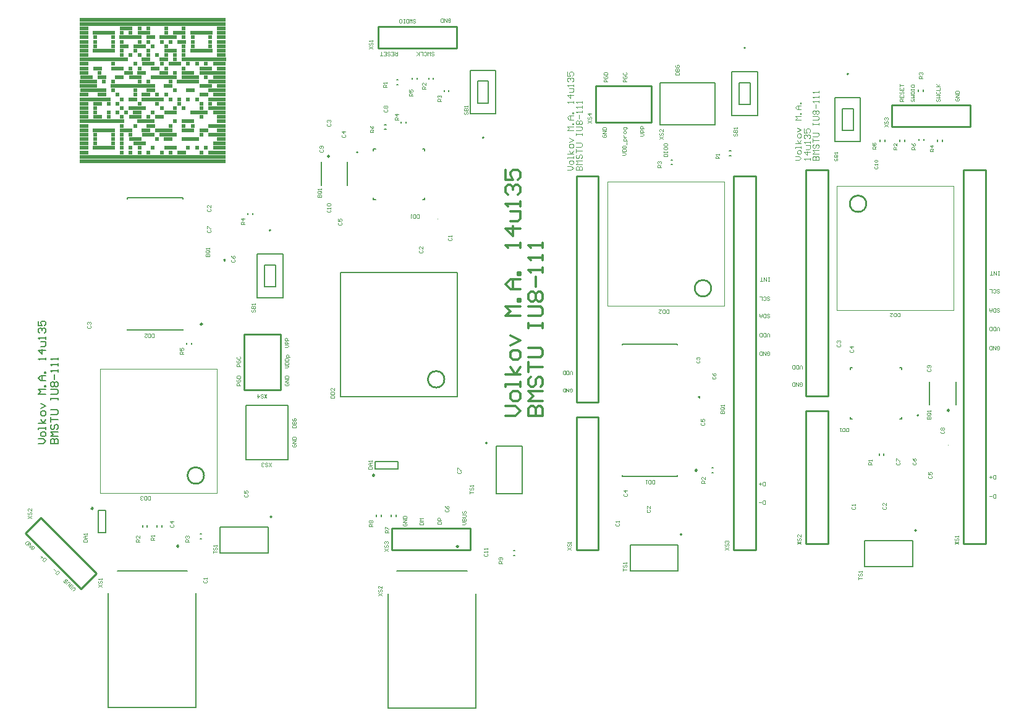
<source format=gto>
G04*
G04 #@! TF.GenerationSoftware,Altium Limited,Altium Designer,19.1.5 (86)*
G04*
G04 Layer_Color=65535*
%FSLAX44Y44*%
%MOMM*%
G71*
G01*
G75*
%ADD25C,0.2000*%
%ADD32C,0.2500*%
%ADD69R,20.0000X0.6060*%
%ADD70R,20.0000X0.6060*%
%ADD71R,2.4240X0.6060*%
%ADD72R,0.6060X0.6060*%
%ADD73R,1.2120X0.6060*%
%ADD74R,0.6060X0.6060*%
%ADD75R,1.8180X0.6060*%
%ADD76R,0.6070X0.6060*%
%ADD77R,3.0300X0.6060*%
%ADD78R,1.8180X0.6060*%
%ADD79R,0.6060X0.6060*%
%ADD80R,0.6060X0.6060*%
%ADD81R,1.2120X0.6060*%
%ADD82R,1.2120X0.6060*%
%ADD83R,2.4250X0.6060*%
%ADD84R,1.2120X0.6060*%
%ADD85R,1.8190X0.6060*%
%ADD86R,2.4240X0.6060*%
%ADD87R,3.0300X0.6060*%
%ADD88R,2.4240X0.6070*%
%ADD89R,0.6060X0.6070*%
%ADD90R,1.2120X0.6070*%
%ADD91R,0.6060X0.6070*%
%ADD92R,2.4240X0.6060*%
%ADD93R,6.0610X0.6060*%
%ADD94R,0.6070X0.6060*%
%ADD95R,0.6070X0.6060*%
%ADD96R,3.0300X0.6060*%
%ADD97R,4.2420X0.6060*%
%ADD98R,1.2130X0.6060*%
%ADD99R,3.6360X0.6060*%
%ADD100R,6.0610X0.6060*%
%ADD101R,3.0310X0.6060*%
%ADD102R,2.4250X0.6060*%
%ADD103R,3.6360X0.6060*%
%ADD104R,1.8190X0.6060*%
%ADD105R,1.8190X0.6060*%
%ADD106R,0.6070X0.6060*%
%ADD107R,6.0610X0.6060*%
%ADD108R,6.6670X0.6060*%
%ADD109R,1.2120X0.6070*%
%ADD110R,0.6060X0.6070*%
%ADD111R,0.6060X0.6070*%
%ADD112R,1.2120X0.6070*%
%ADD113C,0.1270*%
%ADD114C,0.3000*%
%ADD115C,0.2540*%
%ADD116C,0.2032*%
%ADD117C,0.1000*%
D25*
X989750Y755500D02*
G03*
X989750Y755500I0J-1000D01*
G01*
X948750Y649000D02*
Y706500D01*
X873750D01*
Y649000D02*
Y706500D01*
X948750Y649000D02*
X873750D01*
X890750Y601250D02*
X888750D01*
X890750Y594750D02*
X888750D01*
X970750Y613250D02*
X968750D01*
X970750Y606750D02*
X968750D01*
X897750Y167500D02*
Y168700D01*
Y347300D02*
Y348500D01*
X821750D01*
Y167500D02*
Y168700D01*
Y347300D02*
Y348500D01*
X897750Y167500D02*
X821750D01*
X946750Y179250D02*
X944750D01*
X946750Y172750D02*
X944750D01*
X1130850Y719750D02*
G03*
X1130850Y719750I0J-1000D01*
G01*
X1227000Y251950D02*
G03*
X1227000Y251950I0J-1000D01*
G01*
X1253850Y626500D02*
Y628500D01*
X1260350Y626500D02*
Y628500D01*
X1228850Y627750D02*
Y629750D01*
X1235350Y627750D02*
Y629750D01*
X1175100Y626500D02*
Y628500D01*
X1181600Y626500D02*
Y628500D01*
X1202600Y626500D02*
Y628500D01*
X1209100Y626500D02*
Y628500D01*
X1234100Y695250D02*
Y697250D01*
X1227600Y695250D02*
Y697250D01*
X1242850Y265250D02*
Y297250D01*
X1278850Y265250D02*
Y297250D01*
X1173850Y196500D02*
Y198500D01*
X1180350Y196500D02*
Y198500D01*
X631250Y632500D02*
G03*
X631250Y632500I0J-1000D01*
G01*
X458850Y612550D02*
G03*
X458850Y612550I0J-1000D01*
G01*
X409500Y566500D02*
Y598500D01*
X445500Y566500D02*
Y598500D01*
X609250Y37500D02*
X513250D01*
X621250Y-150000D02*
Y6750D01*
X501250Y-150000D02*
Y6750D01*
X621250Y-150000D02*
X501250D01*
X514750Y187500D02*
X483750D01*
X514750Y177500D02*
X483750D01*
X514750D02*
Y187500D01*
X483750Y177500D02*
Y187500D01*
X596250Y276250D02*
X436250D01*
X436230D02*
Y446250D01*
X596250Y276250D02*
Y446250D01*
Y446430D02*
X436250D01*
X514750Y704250D02*
X512750D01*
X514750Y710750D02*
X512750D01*
X563250Y711500D02*
Y713500D01*
X556750Y711500D02*
Y713500D01*
X481250Y613650D02*
Y616250D01*
Y546250D02*
Y548850D01*
X551250Y613650D02*
Y616250D01*
Y546250D02*
Y548850D01*
X483850Y616250D02*
X481250D01*
X483850Y546250D02*
X481250D01*
X551250Y616250D02*
X548650D01*
X551250Y546250D02*
X548650D01*
X498500Y643000D02*
X496500D01*
X498500Y649500D02*
X496500D01*
X525750Y651500D02*
Y653500D01*
X519250Y651500D02*
Y653500D01*
X578000Y694500D02*
Y696500D01*
X584500Y694500D02*
Y696500D01*
X540750Y711500D02*
Y713500D01*
X534250Y711500D02*
Y713500D01*
X674750Y65750D02*
X672750D01*
X674750Y59250D02*
X672750D01*
X492000Y112750D02*
Y114750D01*
X485500Y112750D02*
Y114750D01*
X512000Y112750D02*
Y114750D01*
X505500Y112750D02*
Y114750D01*
X685280Y143484D02*
X649720D01*
Y209016D01*
X685280D02*
X649720D01*
X685280Y143484D02*
Y209016D01*
X339320Y505460D02*
G03*
X339320Y505460I0J-1000D01*
G01*
X306860Y190030D02*
Y265030D01*
X364360D02*
X306860D01*
X364360Y190030D02*
Y265030D01*
Y190030D02*
X306860D01*
X309400Y526050D02*
Y528050D01*
X315900Y526050D02*
Y528050D01*
X219840Y367970D02*
Y369170D01*
Y547770D02*
Y548970D01*
X143840D01*
Y367970D02*
Y369170D01*
Y547770D02*
Y548970D01*
X219840Y367970D02*
X143840D01*
X232080Y348250D02*
Y350250D01*
X225580Y348250D02*
Y350250D01*
X114450Y120910D02*
X104450D01*
X114450Y89910D02*
X104450D01*
Y120910D01*
X114450Y89910D02*
Y120910D01*
X238030Y-149630D02*
X118030D01*
Y7120D01*
X238030Y-149630D02*
Y7120D01*
X226030Y37870D02*
X130030D01*
X191440Y98060D02*
Y100060D01*
X184940Y98060D02*
Y100060D01*
X171280Y98060D02*
Y100060D01*
X164780Y98060D02*
Y100060D01*
X245700Y88340D02*
X243700D01*
X245700Y81840D02*
X243700D01*
X22007Y212000D02*
X28672D01*
X32004Y215332D01*
X28672Y218664D01*
X22007D01*
X32004Y223663D02*
Y226995D01*
X30338Y228661D01*
X27006D01*
X25339Y226995D01*
Y223663D01*
X27006Y221997D01*
X30338D01*
X32004Y223663D01*
Y231994D02*
Y235326D01*
Y233660D01*
X22007D01*
Y231994D01*
X32004Y240324D02*
X22007D01*
X28672D02*
X25339Y245323D01*
X28672Y240324D02*
X32004Y245323D01*
Y251987D02*
Y255319D01*
X30338Y256985D01*
X27006D01*
X25339Y255319D01*
Y251987D01*
X27006Y250321D01*
X30338D01*
X32004Y251987D01*
X25339Y260318D02*
X32004Y263650D01*
X25339Y266982D01*
X32004Y280311D02*
X22007D01*
X25339Y283644D01*
X22007Y286976D01*
X32004D01*
Y290308D02*
X30338D01*
Y291974D01*
X32004D01*
Y290308D01*
Y298639D02*
X25339D01*
X22007Y301971D01*
X25339Y305303D01*
X32004D01*
X27006D01*
Y298639D01*
X32004Y308636D02*
X30338D01*
Y310302D01*
X32004D01*
Y308636D01*
Y326963D02*
Y330295D01*
Y328629D01*
X22007D01*
X23673Y326963D01*
X32004Y340292D02*
X22007D01*
X27006Y335294D01*
Y341958D01*
X25339Y345290D02*
X30338D01*
X32004Y346956D01*
Y351955D01*
X25339D01*
X32004Y355287D02*
Y358619D01*
Y356953D01*
X22007D01*
X23673Y355287D01*
Y363618D02*
X22007Y365284D01*
Y368616D01*
X23673Y370282D01*
X25339D01*
X27006Y368616D01*
Y366950D01*
Y368616D01*
X28672Y370282D01*
X30338D01*
X32004Y368616D01*
Y365284D01*
X30338Y363618D01*
X22007Y380279D02*
Y373615D01*
X27006D01*
X25339Y376947D01*
Y378613D01*
X27006Y380279D01*
X30338D01*
X32004Y378613D01*
Y375281D01*
X30338Y373615D01*
X38803Y212000D02*
X48800D01*
Y216998D01*
X47134Y218664D01*
X45468D01*
X43802Y216998D01*
Y212000D01*
Y216998D01*
X42136Y218664D01*
X40469D01*
X38803Y216998D01*
Y212000D01*
X48800Y221997D02*
X38803D01*
X42136Y225329D01*
X38803Y228661D01*
X48800D01*
X40469Y238658D02*
X38803Y236992D01*
Y233660D01*
X40469Y231994D01*
X42136D01*
X43802Y233660D01*
Y236992D01*
X45468Y238658D01*
X47134D01*
X48800Y236992D01*
Y233660D01*
X47134Y231994D01*
X38803Y241990D02*
Y248655D01*
Y245323D01*
X48800D01*
X38803Y251987D02*
X47134D01*
X48800Y253653D01*
Y256985D01*
X47134Y258652D01*
X38803D01*
Y271981D02*
Y275313D01*
Y273647D01*
X48800D01*
Y271981D01*
Y275313D01*
X38803Y280311D02*
X47134D01*
X48800Y281978D01*
Y285310D01*
X47134Y286976D01*
X38803D01*
X40469Y290308D02*
X38803Y291974D01*
Y295306D01*
X40469Y296973D01*
X42136D01*
X43802Y295306D01*
X45468Y296973D01*
X47134D01*
X48800Y295306D01*
Y291974D01*
X47134Y290308D01*
X45468D01*
X43802Y291974D01*
X42136Y290308D01*
X40469D01*
X43802Y291974D02*
Y295306D01*
Y300305D02*
Y306969D01*
X48800Y310302D02*
Y313634D01*
Y311968D01*
X38803D01*
X40469Y310302D01*
X48800Y318632D02*
Y321965D01*
Y320298D01*
X38803D01*
X40469Y318632D01*
X48800Y326963D02*
Y330295D01*
Y328629D01*
X38803D01*
X40469Y326963D01*
D32*
X932540Y436380D02*
G03*
X932540Y436380I0J-11250D01*
G01*
X923250Y176700D02*
G03*
X923250Y176700I0J-1250D01*
G01*
X1268850Y259000D02*
G03*
X1268850Y259000I0J-1250D01*
G01*
X1145060Y552120D02*
G03*
X1145060Y552120I0J-11250D01*
G01*
X419500Y607250D02*
G03*
X419500Y607250I0J-1250D01*
G01*
X596250Y72500D02*
G03*
X596250Y72500I0J-1250D01*
G01*
X481250Y170000D02*
G03*
X481250Y170000I0J-1250D01*
G01*
X567040Y311630D02*
G03*
X567040Y311630I0J-11250D01*
G01*
X245340Y377170D02*
G03*
X245340Y377170I0J-1250D01*
G01*
X95700Y124660D02*
G03*
X95700Y124660I0J-1250D01*
G01*
X237700Y179770D02*
G03*
X237700Y179770I0J-11250D01*
G01*
X213030Y72870D02*
G03*
X213030Y72870I0J-1250D01*
G01*
D69*
X178750Y599280D02*
D03*
Y787160D02*
D03*
Y793220D02*
D03*
D70*
Y605340D02*
D03*
D71*
X266630Y611400D02*
D03*
Y635640D02*
D03*
X199960D02*
D03*
X242390Y665950D02*
D03*
X266630Y672010D02*
D03*
X157540D02*
D03*
X266630Y684130D02*
D03*
X90870Y702310D02*
D03*
X266630Y708370D02*
D03*
X90870D02*
D03*
X199960Y768980D02*
D03*
D72*
X245420Y611400D02*
D03*
X160570D02*
D03*
X136330D02*
D03*
X178750Y617460D02*
D03*
X160570D02*
D03*
X136330D02*
D03*
Y629580D02*
D03*
X124200D02*
D03*
X245420Y635640D02*
D03*
X136330D02*
D03*
X124200D02*
D03*
X245420Y659890D02*
D03*
X136330D02*
D03*
X178750Y665950D02*
D03*
X245420Y672010D02*
D03*
X136330D02*
D03*
X215110Y684130D02*
D03*
X136330D02*
D03*
X196930Y690190D02*
D03*
X160570Y708370D02*
D03*
X124200D02*
D03*
X106020Y720490D02*
D03*
X196930Y726550D02*
D03*
X160570D02*
D03*
X136330Y750800D02*
D03*
X196930Y756860D02*
D03*
X178750D02*
D03*
X124200D02*
D03*
Y768980D02*
D03*
X196930Y775040D02*
D03*
X136330D02*
D03*
D73*
X218140Y611400D02*
D03*
X84810D02*
D03*
Y617460D02*
D03*
X199960Y629580D02*
D03*
X84810D02*
D03*
Y635640D02*
D03*
X102990Y659890D02*
D03*
X84810D02*
D03*
X157540Y665950D02*
D03*
X84810D02*
D03*
Y672010D02*
D03*
X248450Y690190D02*
D03*
X109050D02*
D03*
X84810D02*
D03*
X199960Y702310D02*
D03*
X193900Y720490D02*
D03*
X163600D02*
D03*
X84810D02*
D03*
X181780Y726550D02*
D03*
X102990D02*
D03*
X84810D02*
D03*
X193900Y738670D02*
D03*
X84810Y750800D02*
D03*
X139360Y756860D02*
D03*
X84810D02*
D03*
X175720Y768980D02*
D03*
X84810D02*
D03*
Y775040D02*
D03*
D74*
X202990Y611400D02*
D03*
X190870D02*
D03*
X172690D02*
D03*
X148450D02*
D03*
X251480Y617460D02*
D03*
X239360D02*
D03*
X148450D02*
D03*
X184810Y629580D02*
D03*
X99960D02*
D03*
X148450Y635640D02*
D03*
X99960D02*
D03*
X172690Y659890D02*
D03*
X118140D02*
D03*
X142390Y665950D02*
D03*
X118140D02*
D03*
X99960D02*
D03*
X221170Y672010D02*
D03*
X209050D02*
D03*
X190870D02*
D03*
X99960D02*
D03*
X239360Y684130D02*
D03*
X202990D02*
D03*
X184810Y690190D02*
D03*
X154510D02*
D03*
X202990Y708370D02*
D03*
X172690D02*
D03*
X112080D02*
D03*
X209050Y720490D02*
D03*
X221170Y726550D02*
D03*
X148450D02*
D03*
X209050Y738670D02*
D03*
X221170Y750800D02*
D03*
X172690D02*
D03*
X154510D02*
D03*
X257540Y756860D02*
D03*
X233300D02*
D03*
X221170D02*
D03*
X99960D02*
D03*
X257540Y768980D02*
D03*
X233300D02*
D03*
X221170D02*
D03*
X99960D02*
D03*
X148450Y775040D02*
D03*
D75*
X269660Y617460D02*
D03*
X202990D02*
D03*
X154510Y629580D02*
D03*
X172690Y635640D02*
D03*
X154510Y659890D02*
D03*
X269660Y665950D02*
D03*
X202990D02*
D03*
X269660Y690190D02*
D03*
X251480Y702310D02*
D03*
Y726550D02*
D03*
X202990Y750800D02*
D03*
X160570Y756860D02*
D03*
X215110Y775040D02*
D03*
X166630D02*
D03*
D76*
X227235Y617460D02*
D03*
Y684130D02*
D03*
D77*
X112080Y617460D02*
D03*
Y750800D02*
D03*
X148450Y768980D02*
D03*
X112080Y775040D02*
D03*
D78*
X269660Y623520D02*
D03*
X160570D02*
D03*
X142390Y641700D02*
D03*
X269660Y714430D02*
D03*
X154510D02*
D03*
X87840D02*
D03*
X269660Y732610D02*
D03*
X209050D02*
D03*
X172690D02*
D03*
X142390Y781100D02*
D03*
D79*
X136330Y623520D02*
D03*
X124200D02*
D03*
X245420Y678070D02*
D03*
X215110D02*
D03*
X160570D02*
D03*
X124200Y696250D02*
D03*
Y732610D02*
D03*
X160570Y762920D02*
D03*
X136330D02*
D03*
X124200D02*
D03*
X196930Y781100D02*
D03*
X160570D02*
D03*
D80*
X99960Y623520D02*
D03*
X209050Y653830D02*
D03*
X257540Y678070D02*
D03*
X184810D02*
D03*
X118140D02*
D03*
X209050Y696250D02*
D03*
X154510D02*
D03*
X251480Y714430D02*
D03*
Y732610D02*
D03*
X239360D02*
D03*
X190870D02*
D03*
X154510D02*
D03*
X257540Y762920D02*
D03*
X233300D02*
D03*
X202990D02*
D03*
X190870D02*
D03*
X172690D02*
D03*
X99960D02*
D03*
X221170Y781100D02*
D03*
X172690D02*
D03*
D81*
X84810Y623520D02*
D03*
X248450Y641700D02*
D03*
X84810D02*
D03*
X102990Y678070D02*
D03*
X84810D02*
D03*
X175720Y696250D02*
D03*
X109050Y714430D02*
D03*
X84810Y732610D02*
D03*
X218140Y762920D02*
D03*
X84810D02*
D03*
Y781100D02*
D03*
D82*
X272690Y629580D02*
D03*
Y659890D02*
D03*
X187840D02*
D03*
X151480Y684130D02*
D03*
X169660Y690190D02*
D03*
X272690Y702310D02*
D03*
X145420Y720490D02*
D03*
X272690Y726550D02*
D03*
X169660Y738670D02*
D03*
X272690Y750800D02*
D03*
Y756860D02*
D03*
Y768980D02*
D03*
Y775040D02*
D03*
D83*
X230265Y629580D02*
D03*
D84*
X272690Y641700D02*
D03*
X169660D02*
D03*
X272690Y653830D02*
D03*
Y678070D02*
D03*
Y762920D02*
D03*
Y781100D02*
D03*
D85*
X227235Y641700D02*
D03*
Y653830D02*
D03*
D86*
X193900Y641700D02*
D03*
X266630Y696250D02*
D03*
D87*
X112080Y641700D02*
D03*
D88*
X266630Y647765D02*
D03*
D89*
X233300D02*
D03*
X221170D02*
D03*
X202990D02*
D03*
X154510D02*
D03*
D90*
X175720D02*
D03*
X84810D02*
D03*
D91*
X136330D02*
D03*
D92*
X169660Y653830D02*
D03*
D93*
X109055D02*
D03*
D94*
X130265Y665950D02*
D03*
Y690190D02*
D03*
D95*
Y678070D02*
D03*
D96*
X178750Y684130D02*
D03*
X245420Y750800D02*
D03*
Y775040D02*
D03*
D97*
X99960Y684130D02*
D03*
D98*
X230265Y696250D02*
D03*
X133295Y714430D02*
D03*
D99*
X96930Y696250D02*
D03*
X193900Y714430D02*
D03*
D100*
X151475Y702310D02*
D03*
D101*
X227235Y708370D02*
D03*
D102*
X230265Y714430D02*
D03*
D103*
X260570Y720490D02*
D03*
D104*
X227235D02*
D03*
D105*
X130265Y726550D02*
D03*
D106*
X227235Y732610D02*
D03*
D107*
X248445Y738670D02*
D03*
D108*
X112085D02*
D03*
D109*
X272690Y744735D02*
D03*
D110*
X221170D02*
D03*
X209050D02*
D03*
X184810D02*
D03*
X172690D02*
D03*
X148450D02*
D03*
D111*
X196930D02*
D03*
X160570D02*
D03*
X136330D02*
D03*
D112*
X84810D02*
D03*
D113*
X902580Y89020D02*
G03*
X902580Y89020I0J-1270D01*
G01*
X1007250Y722000D02*
X972250D01*
Y662000D02*
Y722000D01*
X1007250Y662000D02*
X972250D01*
X1007250D02*
Y722000D01*
X997250Y707000D02*
X982250D01*
Y677000D02*
Y707000D01*
X997250Y677000D02*
X982250D01*
X997250D02*
Y707000D01*
X1223930Y94532D02*
G03*
X1223930Y94532I0J-1270D01*
G01*
X1138350Y641250D02*
Y671250D01*
Y641250D02*
X1123350D01*
Y671250D01*
X1138350D02*
X1123350D01*
X1148350Y626250D02*
Y686250D01*
Y626250D02*
X1113350D01*
Y686250D01*
X1148350D02*
X1113350D01*
X1137200Y316250D02*
X1134600D01*
X1137200Y246250D02*
X1134600D01*
X1204600Y316250D02*
X1202000D01*
X1204600Y246250D02*
X1202000D01*
X1134600Y313650D02*
Y316250D01*
Y246250D02*
Y248850D01*
X1204600Y313650D02*
Y316250D01*
Y246250D02*
Y248850D01*
X635750Y214350D02*
G03*
X635750Y214350I0J-1270D01*
G01*
X648750Y664000D02*
X613750D01*
X648750D02*
Y724000D01*
X613750D01*
Y664000D02*
Y724000D01*
X638750Y679000D02*
X623750D01*
X638750D02*
Y709000D01*
X623750D01*
Y679000D02*
Y709000D01*
X340590Y113030D02*
G03*
X340590Y113030I0J-1270D01*
G01*
X346820Y426960D02*
Y456960D01*
Y426960D02*
X331820D01*
Y456960D01*
X346820D02*
X331820D01*
X356820Y411960D02*
Y471960D01*
Y411960D02*
X321820D01*
Y471960D01*
X356820D02*
X321820D01*
D114*
X927350Y276200D02*
G03*
X927350Y276200I0J-500D01*
G01*
X662064Y250500D02*
X675393D01*
X682058Y257164D01*
X675393Y263829D01*
X662064D01*
X682058Y273826D02*
Y280490D01*
X678726Y283823D01*
X672061D01*
X668729Y280490D01*
Y273826D01*
X672061Y270494D01*
X678726D01*
X682058Y273826D01*
Y290487D02*
Y297152D01*
Y293819D01*
X662064D01*
Y290487D01*
X682058Y307148D02*
X662064D01*
X675393D02*
X668729Y317145D01*
X675393Y307148D02*
X682058Y317145D01*
Y330474D02*
Y337139D01*
X678726Y340471D01*
X672061D01*
X668729Y337139D01*
Y330474D01*
X672061Y327142D01*
X678726D01*
X682058Y330474D01*
X668729Y347136D02*
X682058Y353800D01*
X668729Y360465D01*
X682058Y387123D02*
X662064D01*
X668729Y393787D01*
X662064Y400452D01*
X682058D01*
Y407116D02*
X678726D01*
Y410448D01*
X682058D01*
Y407116D01*
Y423778D02*
X668729D01*
X662064Y430442D01*
X668729Y437107D01*
X682058D01*
X672061D01*
Y423778D01*
X682058Y443771D02*
X678726D01*
Y447103D01*
X682058D01*
Y443771D01*
Y480426D02*
Y487090D01*
Y483758D01*
X662064D01*
X665396Y480426D01*
X682058Y507084D02*
X662064D01*
X672061Y497087D01*
Y510416D01*
X668729Y517081D02*
X678726D01*
X682058Y520413D01*
Y530410D01*
X668729D01*
X682058Y537074D02*
Y543739D01*
Y540406D01*
X662064D01*
X665396Y537074D01*
Y553736D02*
X662064Y557068D01*
Y563732D01*
X665396Y567065D01*
X668729D01*
X672061Y563732D01*
Y560400D01*
Y563732D01*
X675393Y567065D01*
X678726D01*
X682058Y563732D01*
Y557068D01*
X678726Y553736D01*
X662064Y587058D02*
Y573729D01*
X672061D01*
X668729Y580394D01*
Y583726D01*
X672061Y587058D01*
X678726D01*
X682058Y583726D01*
Y577061D01*
X678726Y573729D01*
X693256Y250500D02*
X713250D01*
Y260497D01*
X709918Y263829D01*
X706585D01*
X703253Y260497D01*
Y250500D01*
Y260497D01*
X699921Y263829D01*
X696589D01*
X693256Y260497D01*
Y250500D01*
X713250Y270494D02*
X693256D01*
X699921Y277158D01*
X693256Y283823D01*
X713250D01*
X696589Y303816D02*
X693256Y300484D01*
Y293819D01*
X696589Y290487D01*
X699921D01*
X703253Y293819D01*
Y300484D01*
X706585Y303816D01*
X709918D01*
X713250Y300484D01*
Y293819D01*
X709918Y290487D01*
X693256Y310481D02*
Y323810D01*
Y317145D01*
X713250D01*
X693256Y330474D02*
X709918D01*
X713250Y333806D01*
Y340471D01*
X709918Y343803D01*
X693256D01*
Y370461D02*
Y377126D01*
Y373794D01*
X713250D01*
Y370461D01*
Y377126D01*
X693256Y387123D02*
X709918D01*
X713250Y390455D01*
Y397119D01*
X709918Y400452D01*
X693256D01*
X696589Y407116D02*
X693256Y410448D01*
Y417113D01*
X696589Y420445D01*
X699921D01*
X703253Y417113D01*
X706585Y420445D01*
X709918D01*
X713250Y417113D01*
Y410448D01*
X709918Y407116D01*
X706585D01*
X703253Y410448D01*
X699921Y407116D01*
X696589D01*
X703253Y410448D02*
Y417113D01*
Y427110D02*
Y440439D01*
X713250Y447103D02*
Y453768D01*
Y450436D01*
X693256D01*
X696589Y447103D01*
X713250Y463765D02*
Y470429D01*
Y467097D01*
X693256D01*
X696589Y463765D01*
X713250Y480426D02*
Y487090D01*
Y483758D01*
X693256D01*
X696589Y480426D01*
X277040Y463970D02*
G03*
X277040Y463970I0J-500D01*
G01*
D115*
X789010Y66500D02*
Y249000D01*
Y269000D02*
Y579000D01*
X759010Y269000D02*
Y577750D01*
Y66500D02*
Y249000D01*
X789010Y66500D02*
X759010D01*
X789010Y249000D02*
X759010D01*
X789010Y269000D02*
X759010D01*
X789010Y579000D02*
X759010D01*
Y576500D02*
Y579000D01*
X785450Y652300D02*
Y702300D01*
X861650D02*
X785450D01*
X861650Y652300D02*
X785450D01*
X861650D02*
Y702300D01*
X974750Y576500D02*
Y579000D01*
X1004750D02*
X974750D01*
X1004750Y66500D02*
Y579000D01*
Y66500D02*
X974750D01*
Y577750D01*
X1298350Y646250D02*
Y676250D01*
Y646250D02*
X1192100D01*
X1298350Y676250D02*
X1190850D01*
Y646250D02*
Y676250D01*
X1193350Y646250D02*
X1190850D01*
X1289600Y75000D02*
Y586250D01*
X1319600Y75000D02*
X1289600D01*
X1319600D02*
Y587500D01*
X1289600D01*
Y585000D02*
Y587500D01*
X1103860Y75000D02*
Y257500D01*
Y277500D02*
Y587500D01*
X1073860Y277500D02*
Y586250D01*
Y75000D02*
Y257500D01*
X1103860Y75000D02*
X1073860D01*
X1103860Y257500D02*
X1073860D01*
X1103860Y277500D02*
X1073860D01*
X1103860Y587500D02*
X1073860D01*
Y585000D02*
Y587500D01*
X506250Y66250D02*
Y96250D01*
X612500D02*
X506250D01*
X613750Y66250D02*
X506250D01*
X613750D02*
Y96250D01*
X611250D01*
X595000Y753750D02*
Y783750D01*
Y753750D02*
X488750D01*
X595000Y783750D02*
X487500D01*
Y753750D02*
Y783750D01*
X490000Y753750D02*
X487500D01*
X4141Y89445D02*
X25354Y110659D01*
X100485Y35529D02*
X25354Y110659D01*
X80155Y13432D02*
X4141Y89445D01*
X80155Y13432D02*
X101369Y34645D01*
X99601Y36412D01*
X354160Y361750D02*
X304160D01*
X354160Y285550D02*
Y361750D01*
X304160Y285550D02*
Y361750D01*
X354160Y285550D02*
X304160D01*
D116*
X832984Y38220D02*
Y73780D01*
X898516D02*
X832984D01*
X898516Y38220D02*
Y73780D01*
Y38220D02*
X832984D01*
X1154334Y43732D02*
Y79292D01*
X1219866D02*
X1154334D01*
X1219866Y43732D02*
Y79292D01*
Y43732D02*
X1154334D01*
X270994Y62230D02*
Y97790D01*
X336526D02*
X270994D01*
X336526Y62230D02*
Y97790D01*
Y62230D02*
X270994D01*
D117*
X961750Y571180D02*
X801750D01*
X961750Y401000D02*
Y571000D01*
X801730Y401000D02*
Y571000D01*
X961750Y401000D02*
X801750D01*
X795585Y635332D02*
X794752Y634499D01*
Y632833D01*
X795585Y632000D01*
X798917D01*
X799750Y632833D01*
Y634499D01*
X798917Y635332D01*
X797251D01*
Y633666D01*
X799750Y636998D02*
X794752D01*
X799750Y640331D01*
X794752D01*
Y641997D02*
X799750D01*
Y644496D01*
X798917Y645329D01*
X795585D01*
X794752Y644496D01*
Y641997D01*
X746666Y66328D02*
X751664Y69660D01*
X746666D02*
X751664Y66328D01*
X747499Y74659D02*
X746666Y73826D01*
Y72159D01*
X747499Y71326D01*
X748332D01*
X749165Y72159D01*
Y73826D01*
X749998Y74659D01*
X750831D01*
X751664Y73826D01*
Y72159D01*
X750831Y71326D01*
X751664Y76325D02*
Y77991D01*
Y77158D01*
X746666D01*
X747499Y76325D01*
X878752Y606000D02*
X883750D01*
Y608499D01*
X882917Y609332D01*
X879585D01*
X878752Y608499D01*
Y606000D01*
Y610998D02*
Y612664D01*
Y611831D01*
X883750D01*
Y610998D01*
Y612664D01*
X878752Y617663D02*
Y615997D01*
X879585Y615164D01*
X882917D01*
X883750Y615997D01*
Y617663D01*
X882917Y618496D01*
X879585D01*
X878752Y617663D01*
X879585Y620162D02*
X878752Y620995D01*
Y622661D01*
X879585Y623494D01*
X882917D01*
X883750Y622661D01*
Y620995D01*
X882917Y620162D01*
X879585D01*
X746756Y587000D02*
X752087D01*
X754753Y589666D01*
X752087Y592332D01*
X746756D01*
X754753Y596330D02*
Y598996D01*
X753420Y600329D01*
X750754D01*
X749421Y598996D01*
Y596330D01*
X750754Y594997D01*
X753420D01*
X754753Y596330D01*
Y602995D02*
Y605661D01*
Y604328D01*
X746756D01*
Y602995D01*
X754753Y609659D02*
X746756D01*
X752087D02*
X749421Y613658D01*
X752087Y609659D02*
X754753Y613658D01*
Y618990D02*
Y621656D01*
X753420Y622988D01*
X750754D01*
X749421Y621656D01*
Y618990D01*
X750754Y617657D01*
X753420D01*
X754753Y618990D01*
X749421Y625654D02*
X754753Y628320D01*
X749421Y630986D01*
X754753Y641649D02*
X746756D01*
X749421Y644315D01*
X746756Y646981D01*
X754753D01*
Y649647D02*
X753420D01*
Y650979D01*
X754753D01*
Y649647D01*
Y656311D02*
X749421D01*
X746756Y658977D01*
X749421Y661643D01*
X754753D01*
X750754D01*
Y656311D01*
X754753Y664308D02*
X753420D01*
Y665641D01*
X754753D01*
Y664308D01*
Y678970D02*
Y681636D01*
Y680303D01*
X746756D01*
X748089Y678970D01*
X754753Y689634D02*
X746756D01*
X750754Y685635D01*
Y690966D01*
X749421Y693632D02*
X753420D01*
X754753Y694965D01*
Y698964D01*
X749421D01*
X754753Y701630D02*
Y704296D01*
Y702963D01*
X746756D01*
X748089Y701630D01*
Y708294D02*
X746756Y709627D01*
Y712293D01*
X748089Y713626D01*
X749421D01*
X750754Y712293D01*
Y710960D01*
Y712293D01*
X752087Y713626D01*
X753420D01*
X754753Y712293D01*
Y709627D01*
X753420Y708294D01*
X746756Y721623D02*
Y716292D01*
X750754D01*
X749421Y718958D01*
Y720290D01*
X750754Y721623D01*
X753420D01*
X754753Y720290D01*
Y717625D01*
X753420Y716292D01*
X758753Y587000D02*
X766750D01*
Y590999D01*
X765417Y592332D01*
X764084D01*
X762751Y590999D01*
Y587000D01*
Y590999D01*
X761418Y592332D01*
X760086D01*
X758753Y590999D01*
Y587000D01*
X766750Y594997D02*
X758753D01*
X761418Y597663D01*
X758753Y600329D01*
X766750D01*
X760086Y608326D02*
X758753Y606994D01*
Y604328D01*
X760086Y602995D01*
X761418D01*
X762751Y604328D01*
Y606994D01*
X764084Y608326D01*
X765417D01*
X766750Y606994D01*
Y604328D01*
X765417Y602995D01*
X758753Y610992D02*
Y616324D01*
Y613658D01*
X766750D01*
X758753Y618990D02*
X765417D01*
X766750Y620323D01*
Y622988D01*
X765417Y624321D01*
X758753D01*
Y634985D02*
Y637650D01*
Y636317D01*
X766750D01*
Y634985D01*
Y637650D01*
X758753Y641649D02*
X765417D01*
X766750Y642982D01*
Y645648D01*
X765417Y646981D01*
X758753D01*
X760086Y649647D02*
X758753Y650979D01*
Y653645D01*
X760086Y654978D01*
X761418D01*
X762751Y653645D01*
X764084Y654978D01*
X765417D01*
X766750Y653645D01*
Y650979D01*
X765417Y649647D01*
X764084D01*
X762751Y650979D01*
X761418Y649647D01*
X760086D01*
X762751Y650979D02*
Y653645D01*
Y657644D02*
Y662975D01*
X766750Y665641D02*
Y668307D01*
Y666974D01*
X758753D01*
X760086Y665641D01*
X766750Y672306D02*
Y674972D01*
Y673639D01*
X758753D01*
X760086Y672306D01*
X766750Y678970D02*
Y681636D01*
Y680303D01*
X758753D01*
X760086Y678970D01*
X1017750Y155002D02*
Y160000D01*
X1015251D01*
X1014418Y159167D01*
Y155835D01*
X1015251Y155002D01*
X1017750D01*
X1012752Y157501D02*
X1009419D01*
X1011086Y155835D02*
Y159167D01*
X1017750Y129002D02*
Y134000D01*
X1015251D01*
X1014418Y133167D01*
Y129835D01*
X1015251Y129002D01*
X1017750D01*
X1012752Y131501D02*
X1009419D01*
X1023750Y435002D02*
X1022084D01*
X1022917D01*
Y440000D01*
X1023750D01*
X1022084D01*
X1019585D02*
Y435002D01*
X1016252Y440000D01*
Y435002D01*
X1014586D02*
X1011254D01*
X1012920D01*
Y440000D01*
X1020418Y409835D02*
X1021251Y409002D01*
X1022917D01*
X1023750Y409835D01*
Y410668D01*
X1022917Y411501D01*
X1021251D01*
X1020418Y412334D01*
Y413167D01*
X1021251Y414000D01*
X1022917D01*
X1023750Y413167D01*
X1015419Y409835D02*
X1016253Y409002D01*
X1017919D01*
X1018752Y409835D01*
Y413167D01*
X1017919Y414000D01*
X1016253D01*
X1015419Y413167D01*
X1013753Y409002D02*
Y414000D01*
X1010421D01*
X1020418Y385835D02*
X1021251Y385002D01*
X1022917D01*
X1023750Y385835D01*
Y386668D01*
X1022917Y387501D01*
X1021251D01*
X1020418Y388334D01*
Y389167D01*
X1021251Y390000D01*
X1022917D01*
X1023750Y389167D01*
X1018752Y385002D02*
Y390000D01*
X1016253D01*
X1015419Y389167D01*
Y385835D01*
X1016253Y385002D01*
X1018752D01*
X1013753Y390000D02*
Y386668D01*
X1012087Y385002D01*
X1010421Y386668D01*
Y390000D01*
Y387501D01*
X1013753D01*
X1023750Y359002D02*
Y362334D01*
X1022084Y364000D01*
X1020418Y362334D01*
Y359002D01*
X1018752D02*
Y364000D01*
X1016253D01*
X1015419Y363167D01*
Y359835D01*
X1016253Y359002D01*
X1018752D01*
X1013753D02*
Y364000D01*
X1011254D01*
X1010421Y363167D01*
Y359835D01*
X1011254Y359002D01*
X1013753D01*
X1020418Y333835D02*
X1021251Y333002D01*
X1022917D01*
X1023750Y333835D01*
Y337167D01*
X1022917Y338000D01*
X1021251D01*
X1020418Y337167D01*
Y335501D01*
X1022084D01*
X1018752Y338000D02*
Y333002D01*
X1015419Y338000D01*
Y333002D01*
X1013753D02*
Y338000D01*
X1011254D01*
X1010421Y337167D01*
Y333835D01*
X1011254Y333002D01*
X1013753D01*
X753750Y307002D02*
Y310334D01*
X752084Y312000D01*
X750418Y310334D01*
Y307002D01*
X748752D02*
Y312000D01*
X746253D01*
X745419Y311167D01*
Y307835D01*
X746253Y307002D01*
X748752D01*
X743753D02*
Y312000D01*
X741254D01*
X740421Y311167D01*
Y307835D01*
X741254Y307002D01*
X743753D01*
X750418Y283835D02*
X751251Y283002D01*
X752917D01*
X753750Y283835D01*
Y287167D01*
X752917Y288000D01*
X751251D01*
X750418Y287167D01*
Y285501D01*
X752084D01*
X748752Y288000D02*
Y283002D01*
X745419Y288000D01*
Y283002D01*
X743753D02*
Y288000D01*
X741254D01*
X740421Y287167D01*
Y283835D01*
X741254Y283002D01*
X743753D01*
X822022Y607396D02*
X825354D01*
X827020Y609062D01*
X825354Y610728D01*
X822022D01*
Y612394D02*
X827020D01*
Y614893D01*
X826187Y615727D01*
X822855D01*
X822022Y614893D01*
Y612394D01*
Y617393D02*
X827020D01*
Y619892D01*
X826187Y620725D01*
X822855D01*
X822022Y619892D01*
Y617393D01*
X827853Y622391D02*
Y625723D01*
X828686Y627389D02*
X823688D01*
Y629889D01*
X824521Y630722D01*
X826187D01*
X827020Y629889D01*
Y627389D01*
X823688Y632388D02*
X827020D01*
X825354D01*
X824521Y633221D01*
X823688Y634054D01*
Y634887D01*
X827020Y638219D02*
Y639885D01*
X826187Y640718D01*
X824521D01*
X823688Y639885D01*
Y638219D01*
X824521Y637386D01*
X826187D01*
X827020Y638219D01*
X828686Y644051D02*
Y644884D01*
X827853Y645717D01*
X823688D01*
Y643218D01*
X824521Y642384D01*
X826187D01*
X827020Y643218D01*
Y645717D01*
X827750Y708000D02*
X822752D01*
Y710499D01*
X823585Y711332D01*
X825251D01*
X826084Y710499D01*
Y708000D01*
X823585Y716331D02*
X822752Y715498D01*
Y713831D01*
X823585Y712998D01*
X826917D01*
X827750Y713831D01*
Y715498D01*
X826917Y716331D01*
X825251D01*
Y714665D01*
X823585Y721329D02*
X822752Y720496D01*
Y718830D01*
X823585Y717997D01*
X826917D01*
X827750Y718830D01*
Y720496D01*
X826917Y721329D01*
X801750Y708000D02*
X796752D01*
Y710499D01*
X797585Y711332D01*
X799251D01*
X800084Y710499D01*
Y708000D01*
X797585Y716331D02*
X796752Y715498D01*
Y713831D01*
X797585Y712998D01*
X800917D01*
X801750Y713831D01*
Y715498D01*
X800917Y716331D01*
X799251D01*
Y714665D01*
X796752Y717997D02*
X801750D01*
Y720496D01*
X800917Y721329D01*
X797585D01*
X796752Y720496D01*
Y717997D01*
X846752Y634000D02*
X850084D01*
X851750Y635666D01*
X850084Y637332D01*
X846752D01*
X851750Y638998D02*
X846752D01*
Y641497D01*
X847585Y642331D01*
X849251D01*
X850084Y641497D01*
Y638998D01*
X851750Y643997D02*
X846752D01*
Y646496D01*
X847585Y647329D01*
X849251D01*
X850084Y646496D01*
Y643997D01*
X894752Y718000D02*
X899750D01*
Y720499D01*
X898917Y721332D01*
X895585D01*
X894752Y720499D01*
Y718000D01*
Y722998D02*
X899750D01*
Y725498D01*
X898917Y726331D01*
X898084D01*
X897251Y725498D01*
Y722998D01*
Y725498D01*
X896418Y726331D01*
X895585D01*
X894752Y725498D01*
Y722998D01*
X895585Y731329D02*
X894752Y730496D01*
Y728830D01*
X895585Y727997D01*
X898917D01*
X899750Y728830D01*
Y730496D01*
X898917Y731329D01*
X897251D01*
Y729663D01*
X875250Y591000D02*
X870252D01*
Y593499D01*
X871085Y594332D01*
X872751D01*
X873584Y593499D01*
Y591000D01*
Y592666D02*
X875250Y594332D01*
X871085Y595998D02*
X870252Y596832D01*
Y598498D01*
X871085Y599331D01*
X871918D01*
X872751Y598498D01*
Y597664D01*
Y598498D01*
X873584Y599331D01*
X874417D01*
X875250Y598498D01*
Y596832D01*
X874417Y595998D01*
X774752Y652000D02*
X779750Y655332D01*
X774752D02*
X779750Y652000D01*
X775585Y660331D02*
X774752Y659498D01*
Y657831D01*
X775585Y656998D01*
X776418D01*
X777251Y657831D01*
Y659498D01*
X778084Y660331D01*
X778917D01*
X779750Y659498D01*
Y657831D01*
X778917Y656998D01*
X779750Y664496D02*
X774752D01*
X777251Y661997D01*
Y665329D01*
X962312Y66328D02*
X967310Y69660D01*
X962312D02*
X967310Y66328D01*
X963145Y74659D02*
X962312Y73826D01*
Y72159D01*
X963145Y71326D01*
X963978D01*
X964811Y72159D01*
Y73826D01*
X965644Y74659D01*
X966477D01*
X967310Y73826D01*
Y72159D01*
X966477Y71326D01*
X963145Y76325D02*
X962312Y77158D01*
Y78824D01*
X963145Y79657D01*
X963978D01*
X964811Y78824D01*
Y77991D01*
Y78824D01*
X965644Y79657D01*
X966477D01*
X967310Y78824D01*
Y77158D01*
X966477Y76325D01*
X872752Y630000D02*
X877750Y633332D01*
X872752D02*
X877750Y630000D01*
X873585Y638331D02*
X872752Y637498D01*
Y635831D01*
X873585Y634998D01*
X874418D01*
X875251Y635831D01*
Y637498D01*
X876084Y638331D01*
X876917D01*
X877750Y637498D01*
Y635831D01*
X876917Y634998D01*
X877750Y643329D02*
Y639997D01*
X874418Y643329D01*
X873585D01*
X872752Y642496D01*
Y640830D01*
X873585Y639997D01*
X822752Y38000D02*
Y41332D01*
Y39666D01*
X827750D01*
X823585Y46331D02*
X822752Y45497D01*
Y43831D01*
X823585Y42998D01*
X824418D01*
X825251Y43831D01*
Y45497D01*
X826084Y46331D01*
X826917D01*
X827750Y45497D01*
Y43831D01*
X826917Y42998D01*
X827750Y47997D02*
Y49663D01*
Y48830D01*
X822752D01*
X823585Y47997D01*
X975585Y637332D02*
X974752Y636499D01*
Y634833D01*
X975585Y634000D01*
X976418D01*
X977251Y634833D01*
Y636499D01*
X978084Y637332D01*
X978917D01*
X979750Y636499D01*
Y634833D01*
X978917Y634000D01*
X974752Y638998D02*
X979750D01*
Y641497D01*
X978917Y642331D01*
X978084D01*
X977251Y641497D01*
Y638998D01*
Y641497D01*
X976418Y642331D01*
X975585D01*
X974752Y641497D01*
Y638998D01*
X979750Y643997D02*
Y645663D01*
Y644830D01*
X974752D01*
X975585Y643997D01*
X935750Y158000D02*
X930752D01*
Y160499D01*
X931585Y161332D01*
X933251D01*
X934084Y160499D01*
Y158000D01*
Y159666D02*
X935750Y161332D01*
Y166331D02*
Y162998D01*
X932418Y166331D01*
X931585D01*
X930752Y165498D01*
Y163831D01*
X931585Y162998D01*
X955250Y603000D02*
X950252D01*
Y605499D01*
X951085Y606332D01*
X952751D01*
X953584Y605499D01*
Y603000D01*
Y604666D02*
X955250Y606332D01*
Y607998D02*
Y609664D01*
Y608831D01*
X950252D01*
X951085Y607998D01*
X885750Y391002D02*
Y396000D01*
X883251D01*
X882418Y395167D01*
Y391835D01*
X883251Y391002D01*
X885750D01*
X880752D02*
Y396000D01*
X878252D01*
X877419Y395167D01*
Y391835D01*
X878252Y391002D01*
X880752D01*
X872421Y396000D02*
X875753D01*
X872421Y392668D01*
Y391835D01*
X873254Y391002D01*
X874920D01*
X875753Y391835D01*
X865750Y157002D02*
Y162000D01*
X863251D01*
X862418Y161167D01*
Y157835D01*
X863251Y157002D01*
X865750D01*
X860752D02*
Y162000D01*
X858252D01*
X857419Y161167D01*
Y157835D01*
X858252Y157002D01*
X860752D01*
X855753Y162000D02*
X854087D01*
X854920D01*
Y157002D01*
X855753Y157835D01*
X946085Y304082D02*
X945252Y303249D01*
Y301583D01*
X946085Y300750D01*
X949417D01*
X950250Y301583D01*
Y303249D01*
X949417Y304082D01*
X945252Y309081D02*
X946085Y307414D01*
X947751Y305748D01*
X949417D01*
X950250Y306581D01*
Y308248D01*
X949417Y309081D01*
X948584D01*
X947751Y308248D01*
Y305748D01*
X930085Y241332D02*
X929252Y240499D01*
Y238833D01*
X930085Y238000D01*
X933417D01*
X934250Y238833D01*
Y240499D01*
X933417Y241332D01*
X929252Y246331D02*
Y242998D01*
X931751D01*
X930918Y244664D01*
Y245498D01*
X931751Y246331D01*
X933417D01*
X934250Y245498D01*
Y243832D01*
X933417Y242998D01*
X824335Y143832D02*
X823502Y142999D01*
Y141333D01*
X824335Y140500D01*
X827667D01*
X828500Y141333D01*
Y142999D01*
X827667Y143832D01*
X828500Y147998D02*
X823502D01*
X826001Y145498D01*
Y148831D01*
X924085Y326082D02*
X923252Y325249D01*
Y323583D01*
X924085Y322750D01*
X927417D01*
X928250Y323583D01*
Y325249D01*
X927417Y326082D01*
X924085Y327748D02*
X923252Y328581D01*
Y330247D01*
X924085Y331081D01*
X924918D01*
X925751Y330247D01*
Y329414D01*
Y330247D01*
X926584Y331081D01*
X927417D01*
X928250Y330247D01*
Y328581D01*
X927417Y327748D01*
X856335Y121832D02*
X855502Y120999D01*
Y119333D01*
X856335Y118500D01*
X859667D01*
X860500Y119333D01*
Y120999D01*
X859667Y121832D01*
X860500Y126831D02*
Y123498D01*
X857168Y126831D01*
X856335D01*
X855502Y125997D01*
Y124331D01*
X856335Y123498D01*
X813585Y103332D02*
X812752Y102499D01*
Y100833D01*
X813585Y100000D01*
X816917D01*
X817750Y100833D01*
Y102499D01*
X816917Y103332D01*
X817750Y104998D02*
Y106664D01*
Y105831D01*
X812752D01*
X813585Y104998D01*
X956752Y254000D02*
X961750D01*
Y256499D01*
X960917Y257332D01*
X960084D01*
X959251Y256499D01*
Y254000D01*
Y256499D01*
X958418Y257332D01*
X957585D01*
X956752Y256499D01*
Y254000D01*
X960917Y262331D02*
X957585D01*
X956752Y261497D01*
Y259831D01*
X957585Y258998D01*
X960917D01*
X961750Y259831D01*
Y261497D01*
X960084Y260665D02*
X961750Y262331D01*
Y261497D02*
X960917Y262331D01*
X961750Y263997D02*
Y265663D01*
Y264830D01*
X956752D01*
X957585Y263997D01*
X1268850Y210250D02*
G03*
X1268850Y210250I0J-500D01*
G01*
X1142850Y345750D02*
G03*
X1142850Y345750I0J-500D01*
G01*
X1275850Y394820D02*
X1115850D01*
Y395000D02*
Y565000D01*
X1275870Y395000D02*
Y565000D01*
X1275850D02*
X1115850D01*
X1112935Y603332D02*
X1112102Y602499D01*
Y600833D01*
X1112935Y600000D01*
X1113768D01*
X1114601Y600833D01*
Y602499D01*
X1115434Y603332D01*
X1116267D01*
X1117100Y602499D01*
Y600833D01*
X1116267Y600000D01*
X1112102Y604998D02*
X1117100D01*
Y607498D01*
X1116267Y608331D01*
X1115434D01*
X1114601Y607498D01*
Y604998D01*
Y607498D01*
X1113768Y608331D01*
X1112935D01*
X1112102Y607498D01*
Y604998D01*
X1117100Y609997D02*
Y611663D01*
Y610830D01*
X1112102D01*
X1112935Y609997D01*
X1059109Y601000D02*
X1064440D01*
X1067106Y603666D01*
X1064440Y606332D01*
X1059109D01*
X1067106Y610330D02*
Y612996D01*
X1065773Y614329D01*
X1063108D01*
X1061775Y612996D01*
Y610330D01*
X1063108Y608997D01*
X1065773D01*
X1067106Y610330D01*
Y616995D02*
Y619661D01*
Y618328D01*
X1059109D01*
Y616995D01*
X1067106Y623659D02*
X1059109D01*
X1064440D02*
X1061775Y627658D01*
X1064440Y623659D02*
X1067106Y627658D01*
Y632990D02*
Y635656D01*
X1065773Y636988D01*
X1063108D01*
X1061775Y635656D01*
Y632990D01*
X1063108Y631657D01*
X1065773D01*
X1067106Y632990D01*
X1061775Y639654D02*
X1067106Y642320D01*
X1061775Y644986D01*
X1067106Y655649D02*
X1059109D01*
X1061775Y658315D01*
X1059109Y660981D01*
X1067106D01*
Y663646D02*
X1065773D01*
Y664979D01*
X1067106D01*
Y663646D01*
Y670311D02*
X1061775D01*
X1059109Y672977D01*
X1061775Y675643D01*
X1067106D01*
X1063108D01*
Y670311D01*
X1067106Y678308D02*
X1065773D01*
Y679641D01*
X1067106D01*
Y678308D01*
X1079103Y601000D02*
Y603666D01*
Y602333D01*
X1071106D01*
X1072439Y601000D01*
X1079103Y611663D02*
X1071106D01*
X1075104Y607664D01*
Y612996D01*
X1073772Y615662D02*
X1077770D01*
X1079103Y616995D01*
Y620994D01*
X1073772D01*
X1079103Y623659D02*
Y626325D01*
Y624992D01*
X1071106D01*
X1072439Y623659D01*
Y630324D02*
X1071106Y631657D01*
Y634323D01*
X1072439Y635656D01*
X1073772D01*
X1075104Y634323D01*
Y632990D01*
Y634323D01*
X1076437Y635656D01*
X1077770D01*
X1079103Y634323D01*
Y631657D01*
X1077770Y630324D01*
X1071106Y643653D02*
Y638321D01*
X1075104D01*
X1073772Y640987D01*
Y642320D01*
X1075104Y643653D01*
X1077770D01*
X1079103Y642320D01*
Y639654D01*
X1077770Y638321D01*
X1083103Y601000D02*
X1091100D01*
Y604999D01*
X1089767Y606332D01*
X1088434D01*
X1087101Y604999D01*
Y601000D01*
Y604999D01*
X1085768Y606332D01*
X1084436D01*
X1083103Y604999D01*
Y601000D01*
X1091100Y608997D02*
X1083103D01*
X1085768Y611663D01*
X1083103Y614329D01*
X1091100D01*
X1084436Y622327D02*
X1083103Y620994D01*
Y618328D01*
X1084436Y616995D01*
X1085768D01*
X1087101Y618328D01*
Y620994D01*
X1088434Y622327D01*
X1089767D01*
X1091100Y620994D01*
Y618328D01*
X1089767Y616995D01*
X1083103Y624992D02*
Y630324D01*
Y627658D01*
X1091100D01*
X1083103Y632990D02*
X1089767D01*
X1091100Y634323D01*
Y636988D01*
X1089767Y638321D01*
X1083103D01*
Y648985D02*
Y651650D01*
Y650317D01*
X1091100D01*
Y648985D01*
Y651650D01*
X1083103Y655649D02*
X1089767D01*
X1091100Y656982D01*
Y659648D01*
X1089767Y660981D01*
X1083103D01*
X1084436Y663646D02*
X1083103Y664979D01*
Y667645D01*
X1084436Y668978D01*
X1085768D01*
X1087101Y667645D01*
X1088434Y668978D01*
X1089767D01*
X1091100Y667645D01*
Y664979D01*
X1089767Y663646D01*
X1088434D01*
X1087101Y664979D01*
X1085768Y663646D01*
X1084436D01*
X1087101Y664979D02*
Y667645D01*
Y671644D02*
Y676975D01*
X1091100Y679641D02*
Y682307D01*
Y680974D01*
X1083103D01*
X1084436Y679641D01*
X1091100Y686306D02*
Y688972D01*
Y687639D01*
X1083103D01*
X1084436Y686306D01*
X1091100Y692970D02*
Y695636D01*
Y694303D01*
X1083103D01*
X1084436Y692970D01*
X1068350Y315002D02*
Y318334D01*
X1066684Y320000D01*
X1065018Y318334D01*
Y315002D01*
X1063352D02*
Y320000D01*
X1060853D01*
X1060019Y319167D01*
Y315835D01*
X1060853Y315002D01*
X1063352D01*
X1058353D02*
Y320000D01*
X1055854D01*
X1055021Y319167D01*
Y315835D01*
X1055854Y315002D01*
X1058353D01*
X1065018Y292085D02*
X1065851Y291252D01*
X1067517D01*
X1068350Y292085D01*
Y295417D01*
X1067517Y296250D01*
X1065851D01*
X1065018Y295417D01*
Y293751D01*
X1066684D01*
X1063352Y296250D02*
Y291252D01*
X1060019Y296250D01*
Y291252D01*
X1058353D02*
Y296250D01*
X1055854D01*
X1055021Y295417D01*
Y292085D01*
X1055854Y291252D01*
X1058353D01*
X1338350Y443752D02*
X1336684D01*
X1337517D01*
Y448750D01*
X1338350D01*
X1336684D01*
X1334185D02*
Y443752D01*
X1330852Y448750D01*
Y443752D01*
X1329186D02*
X1325854D01*
X1327520D01*
Y448750D01*
X1335018Y419585D02*
X1335851Y418752D01*
X1337517D01*
X1338350Y419585D01*
Y420418D01*
X1337517Y421251D01*
X1335851D01*
X1335018Y422084D01*
Y422917D01*
X1335851Y423750D01*
X1337517D01*
X1338350Y422917D01*
X1330019Y419585D02*
X1330853Y418752D01*
X1332519D01*
X1333352Y419585D01*
Y422917D01*
X1332519Y423750D01*
X1330853D01*
X1330019Y422917D01*
X1328353Y418752D02*
Y423750D01*
X1325021D01*
X1335018Y393335D02*
X1335851Y392502D01*
X1337517D01*
X1338350Y393335D01*
Y394168D01*
X1337517Y395001D01*
X1335851D01*
X1335018Y395834D01*
Y396667D01*
X1335851Y397500D01*
X1337517D01*
X1338350Y396667D01*
X1333352Y392502D02*
Y397500D01*
X1330853D01*
X1330019Y396667D01*
Y393335D01*
X1330853Y392502D01*
X1333352D01*
X1328353Y397500D02*
Y394168D01*
X1326687Y392502D01*
X1325021Y394168D01*
Y397500D01*
Y395001D01*
X1328353D01*
X1338350Y367502D02*
Y370834D01*
X1336684Y372500D01*
X1335018Y370834D01*
Y367502D01*
X1333352D02*
Y372500D01*
X1330853D01*
X1330019Y371667D01*
Y368335D01*
X1330853Y367502D01*
X1333352D01*
X1328353D02*
Y372500D01*
X1325854D01*
X1325021Y371667D01*
Y368335D01*
X1325854Y367502D01*
X1328353D01*
X1335018Y342085D02*
X1335851Y341252D01*
X1337517D01*
X1338350Y342085D01*
Y345417D01*
X1337517Y346250D01*
X1335851D01*
X1335018Y345417D01*
Y343751D01*
X1336684D01*
X1333352Y346250D02*
Y341252D01*
X1330019Y346250D01*
Y341252D01*
X1328353D02*
Y346250D01*
X1325854D01*
X1325021Y345417D01*
Y342085D01*
X1325854Y341252D01*
X1328353D01*
X1333350Y163752D02*
Y168750D01*
X1330851D01*
X1330018Y167917D01*
Y164585D01*
X1330851Y163752D01*
X1333350D01*
X1328352Y166251D02*
X1325019D01*
X1326685Y164585D02*
Y167917D01*
X1333350Y137502D02*
Y142500D01*
X1330851D01*
X1330018Y141667D01*
Y138335D01*
X1330851Y137502D01*
X1333350D01*
X1328352Y140001D02*
X1325019D01*
X1279185Y685832D02*
X1278352Y684999D01*
Y683333D01*
X1279185Y682500D01*
X1282517D01*
X1283350Y683333D01*
Y684999D01*
X1282517Y685832D01*
X1280851D01*
Y684166D01*
X1283350Y687498D02*
X1278352D01*
X1283350Y690831D01*
X1278352D01*
Y692497D02*
X1283350D01*
Y694996D01*
X1282517Y695829D01*
X1279185D01*
X1278352Y694996D01*
Y692497D01*
X1252935Y684582D02*
X1252102Y683749D01*
Y682083D01*
X1252935Y681250D01*
X1253768D01*
X1254601Y682083D01*
Y683749D01*
X1255434Y684582D01*
X1256267D01*
X1257100Y683749D01*
Y682083D01*
X1256267Y681250D01*
X1252102Y686248D02*
X1257100D01*
X1255434Y687915D01*
X1257100Y689581D01*
X1252102D01*
X1252935Y694579D02*
X1252102Y693746D01*
Y692080D01*
X1252935Y691247D01*
X1256267D01*
X1257100Y692080D01*
Y693746D01*
X1256267Y694579D01*
X1252102Y696245D02*
X1257100D01*
Y699577D01*
X1252102Y701244D02*
X1257100D01*
X1255434D01*
X1252102Y704576D01*
X1254601Y702076D01*
X1257100Y704576D01*
X1217935Y684582D02*
X1217102Y683749D01*
Y682083D01*
X1217935Y681250D01*
X1218768D01*
X1219601Y682083D01*
Y683749D01*
X1220434Y684582D01*
X1221267D01*
X1222100Y683749D01*
Y682083D01*
X1221267Y681250D01*
X1217102Y686248D02*
X1222100D01*
X1220434Y687915D01*
X1222100Y689581D01*
X1217102D01*
Y691247D02*
X1222100D01*
Y693746D01*
X1221267Y694579D01*
X1217935D01*
X1217102Y693746D01*
Y691247D01*
Y696245D02*
Y697911D01*
Y697078D01*
X1222100D01*
Y696245D01*
Y697911D01*
X1217102Y702910D02*
Y701244D01*
X1217935Y700410D01*
X1221267D01*
X1222100Y701244D01*
Y702910D01*
X1221267Y703743D01*
X1217935D01*
X1217102Y702910D01*
X1207100Y681250D02*
X1202102D01*
Y683749D01*
X1202935Y684582D01*
X1204601D01*
X1205434Y683749D01*
Y681250D01*
Y682916D02*
X1207100Y684582D01*
X1202102Y689581D02*
Y686248D01*
X1207100D01*
Y689581D01*
X1204601Y686248D02*
Y687915D01*
X1202935Y694579D02*
X1202102Y693746D01*
Y692080D01*
X1202935Y691247D01*
X1203768D01*
X1204601Y692080D01*
Y693746D01*
X1205434Y694579D01*
X1206267D01*
X1207100Y693746D01*
Y692080D01*
X1206267Y691247D01*
X1202102Y699577D02*
Y696245D01*
X1207100D01*
Y699577D01*
X1204601Y696245D02*
Y697911D01*
X1202102Y701244D02*
Y704576D01*
Y702910D01*
X1207100D01*
X1277226Y74678D02*
X1282224Y78010D01*
X1277226D02*
X1282224Y74678D01*
X1278059Y83009D02*
X1277226Y82176D01*
Y80509D01*
X1278059Y79676D01*
X1278892D01*
X1279725Y80509D01*
Y82176D01*
X1280558Y83009D01*
X1281391D01*
X1282224Y82176D01*
Y80509D01*
X1281391Y79676D01*
X1282224Y84675D02*
Y86341D01*
Y85508D01*
X1277226D01*
X1278059Y84675D01*
X1180852Y646250D02*
X1185850Y649582D01*
X1180852D02*
X1185850Y646250D01*
X1181685Y654581D02*
X1180852Y653748D01*
Y652081D01*
X1181685Y651248D01*
X1182518D01*
X1183351Y652081D01*
Y653748D01*
X1184184Y654581D01*
X1185017D01*
X1185850Y653748D01*
Y652081D01*
X1185017Y651248D01*
X1181685Y656247D02*
X1180852Y657080D01*
Y658746D01*
X1181685Y659579D01*
X1182518D01*
X1183351Y658746D01*
Y657913D01*
Y658746D01*
X1184184Y659579D01*
X1185017D01*
X1185850Y658746D01*
Y657080D01*
X1185017Y656247D01*
X1061580Y74678D02*
X1066578Y78010D01*
X1061580D02*
X1066578Y74678D01*
X1062413Y83009D02*
X1061580Y82176D01*
Y80509D01*
X1062413Y79676D01*
X1063246D01*
X1064079Y80509D01*
Y82176D01*
X1064912Y83009D01*
X1065745D01*
X1066578Y82176D01*
Y80509D01*
X1065745Y79676D01*
X1066578Y88007D02*
Y84675D01*
X1063246Y88007D01*
X1062413D01*
X1061580Y87174D01*
Y85508D01*
X1062413Y84675D01*
X1145852Y26250D02*
Y29582D01*
Y27916D01*
X1150850D01*
X1146685Y34581D02*
X1145852Y33748D01*
Y32081D01*
X1146685Y31248D01*
X1147518D01*
X1148351Y32081D01*
Y33748D01*
X1149184Y34581D01*
X1150017D01*
X1150850Y33748D01*
Y32081D01*
X1150017Y31248D01*
X1150850Y36247D02*
Y37913D01*
Y37080D01*
X1145852D01*
X1146685Y36247D01*
X1223350Y615000D02*
X1218352D01*
Y617499D01*
X1219185Y618332D01*
X1220851D01*
X1221684Y617499D01*
Y615000D01*
Y616666D02*
X1223350Y618332D01*
X1218352Y623331D02*
X1219185Y621665D01*
X1220851Y619998D01*
X1222517D01*
X1223350Y620831D01*
Y622497D01*
X1222517Y623331D01*
X1221684D01*
X1220851Y622497D01*
Y619998D01*
X1169600Y616250D02*
X1164602D01*
Y618749D01*
X1165435Y619582D01*
X1167101D01*
X1167934Y618749D01*
Y616250D01*
Y617916D02*
X1169600Y619582D01*
X1164602Y624581D02*
Y621248D01*
X1167101D01*
X1166268Y622915D01*
Y623748D01*
X1167101Y624581D01*
X1168767D01*
X1169600Y623748D01*
Y622081D01*
X1168767Y621248D01*
X1248350Y612500D02*
X1243352D01*
Y614999D01*
X1244185Y615832D01*
X1245851D01*
X1246684Y614999D01*
Y612500D01*
Y614166D02*
X1248350Y615832D01*
Y619997D02*
X1243352D01*
X1245851Y617498D01*
Y620831D01*
X1233350Y712500D02*
X1228352D01*
Y714999D01*
X1229185Y715832D01*
X1230851D01*
X1231684Y714999D01*
Y712500D01*
Y714166D02*
X1233350Y715832D01*
X1229185Y717498D02*
X1228352Y718331D01*
Y719997D01*
X1229185Y720831D01*
X1230018D01*
X1230851Y719997D01*
Y719165D01*
Y719997D01*
X1231684Y720831D01*
X1232517D01*
X1233350Y719997D01*
Y718331D01*
X1232517Y717498D01*
X1198350Y615000D02*
X1193352D01*
Y617499D01*
X1194185Y618332D01*
X1195851D01*
X1196684Y617499D01*
Y615000D01*
Y616666D02*
X1198350Y618332D01*
Y623331D02*
Y619998D01*
X1195018Y623331D01*
X1194185D01*
X1193352Y622497D01*
Y620831D01*
X1194185Y619998D01*
X1163860Y183644D02*
X1158862D01*
Y186143D01*
X1159695Y186976D01*
X1161361D01*
X1162194Y186143D01*
Y183644D01*
Y185310D02*
X1163860Y186976D01*
Y188642D02*
Y190308D01*
Y189475D01*
X1158862D01*
X1159695Y188642D01*
X1202100Y386252D02*
Y391250D01*
X1199601D01*
X1198768Y390417D01*
Y387085D01*
X1199601Y386252D01*
X1202100D01*
X1197102D02*
Y391250D01*
X1194603D01*
X1193769Y390417D01*
Y387085D01*
X1194603Y386252D01*
X1197102D01*
X1188771Y391250D02*
X1192103D01*
X1188771Y387918D01*
Y387085D01*
X1189604Y386252D01*
X1191270D01*
X1192103Y387085D01*
X1132100Y228752D02*
Y233750D01*
X1129601D01*
X1128768Y232917D01*
Y229585D01*
X1129601Y228752D01*
X1132100D01*
X1127102D02*
Y233750D01*
X1124602D01*
X1123769Y232917D01*
Y229585D01*
X1124602Y228752D01*
X1127102D01*
X1122103Y233750D02*
X1120437D01*
X1121270D01*
Y228752D01*
X1122103Y229585D01*
X1167935Y592082D02*
X1167102Y591249D01*
Y589583D01*
X1167935Y588750D01*
X1171267D01*
X1172100Y589583D01*
Y591249D01*
X1171267Y592082D01*
X1172100Y593748D02*
Y595415D01*
Y594581D01*
X1167102D01*
X1167935Y593748D01*
Y597914D02*
X1167102Y598747D01*
Y600413D01*
X1167935Y601246D01*
X1171267D01*
X1172100Y600413D01*
Y598747D01*
X1171267Y597914D01*
X1167935D01*
X1240435Y314582D02*
X1239602Y313749D01*
Y312083D01*
X1240435Y311250D01*
X1243767D01*
X1244600Y312083D01*
Y313749D01*
X1243767Y314582D01*
Y316248D02*
X1244600Y317081D01*
Y318748D01*
X1243767Y319581D01*
X1240435D01*
X1239602Y318748D01*
Y317081D01*
X1240435Y316248D01*
X1241268D01*
X1242101Y317081D01*
Y319581D01*
X1259185Y229582D02*
X1258352Y228749D01*
Y227083D01*
X1259185Y226250D01*
X1262517D01*
X1263350Y227083D01*
Y228749D01*
X1262517Y229582D01*
X1259185Y231248D02*
X1258352Y232082D01*
Y233748D01*
X1259185Y234581D01*
X1260018D01*
X1260851Y233748D01*
X1261684Y234581D01*
X1262517D01*
X1263350Y233748D01*
Y232082D01*
X1262517Y231248D01*
X1261684D01*
X1260851Y232082D01*
X1260018Y231248D01*
X1259185D01*
X1260851Y232082D02*
Y233748D01*
X1197935Y187082D02*
X1197102Y186249D01*
Y184583D01*
X1197935Y183750D01*
X1201267D01*
X1202100Y184583D01*
Y186249D01*
X1201267Y187082D01*
X1197102Y188748D02*
Y192081D01*
X1197935D01*
X1201267Y188748D01*
X1202100D01*
X1220435Y187082D02*
X1219602Y186249D01*
Y184583D01*
X1220435Y183750D01*
X1223767D01*
X1224600Y184583D01*
Y186249D01*
X1223767Y187082D01*
X1219602Y192081D02*
X1220435Y190415D01*
X1222101Y188748D01*
X1223767D01*
X1224600Y189581D01*
Y191248D01*
X1223767Y192081D01*
X1222934D01*
X1222101Y191248D01*
Y188748D01*
X1241685Y168332D02*
X1240852Y167499D01*
Y165833D01*
X1241685Y165000D01*
X1245017D01*
X1245850Y165833D01*
Y167499D01*
X1245017Y168332D01*
X1240852Y173331D02*
Y169998D01*
X1243351D01*
X1242518Y171665D01*
Y172498D01*
X1243351Y173331D01*
X1245017D01*
X1245850Y172498D01*
Y170831D01*
X1245017Y169998D01*
X1134185Y340832D02*
X1133352Y339999D01*
Y338333D01*
X1134185Y337500D01*
X1137517D01*
X1138350Y338333D01*
Y339999D01*
X1137517Y340832D01*
X1138350Y344998D02*
X1133352D01*
X1135851Y342498D01*
Y345831D01*
X1116685Y348332D02*
X1115852Y347499D01*
Y345833D01*
X1116685Y345000D01*
X1120017D01*
X1120850Y345833D01*
Y347499D01*
X1120017Y348332D01*
X1116685Y349998D02*
X1115852Y350831D01*
Y352497D01*
X1116685Y353331D01*
X1117518D01*
X1118351Y352497D01*
Y351665D01*
Y352497D01*
X1119184Y353331D01*
X1120017D01*
X1120850Y352497D01*
Y350831D01*
X1120017Y349998D01*
X1179185Y125832D02*
X1178352Y124999D01*
Y123333D01*
X1179185Y122500D01*
X1182517D01*
X1183350Y123333D01*
Y124999D01*
X1182517Y125832D01*
X1183350Y130831D02*
Y127498D01*
X1180018Y130831D01*
X1179185D01*
X1178352Y129998D01*
Y128331D01*
X1179185Y127498D01*
X1136685Y125832D02*
X1135852Y124999D01*
Y123333D01*
X1136685Y122500D01*
X1140017D01*
X1140850Y123333D01*
Y124999D01*
X1140017Y125832D01*
X1140850Y127498D02*
Y129164D01*
Y128331D01*
X1135852D01*
X1136685Y127498D01*
X1239602Y246250D02*
X1244600D01*
Y248749D01*
X1243767Y249582D01*
X1242934D01*
X1242101Y248749D01*
Y246250D01*
Y248749D01*
X1241268Y249582D01*
X1240435D01*
X1239602Y248749D01*
Y246250D01*
X1243767Y254581D02*
X1240435D01*
X1239602Y253748D01*
Y252081D01*
X1240435Y251248D01*
X1243767D01*
X1244600Y252081D01*
Y253748D01*
X1242934Y252915D02*
X1244600Y254581D01*
Y253748D02*
X1243767Y254581D01*
X1244600Y256247D02*
Y257913D01*
Y257080D01*
X1239602D01*
X1240435Y256247D01*
X469750Y650000D02*
G03*
X469750Y650000I0J-500D01*
G01*
X569250Y520250D02*
G03*
X569250Y520250I0J-500D01*
G01*
X602502Y101250D02*
X605834D01*
X607500Y102916D01*
X605834Y104582D01*
X602502D01*
Y106248D02*
X607500D01*
Y108748D01*
X606667Y109581D01*
X605834D01*
X605001Y108748D01*
Y106248D01*
Y108748D01*
X604168Y109581D01*
X603335D01*
X602502Y108748D01*
Y106248D01*
Y111247D02*
X606667D01*
X607500Y112080D01*
Y113746D01*
X606667Y114579D01*
X602502D01*
X603335Y119577D02*
X602502Y118744D01*
Y117078D01*
X603335Y116245D01*
X604168D01*
X605001Y117078D01*
Y118744D01*
X605834Y119577D01*
X606667D01*
X607500Y118744D01*
Y117078D01*
X606667Y116245D01*
X569016Y102500D02*
X574015D01*
Y104999D01*
X573182Y105832D01*
X569850D01*
X569016Y104999D01*
Y102500D01*
X574015Y107498D02*
X569016D01*
Y109998D01*
X569850Y110831D01*
X571516D01*
X572349Y109998D01*
Y107498D01*
X544502Y101250D02*
X549500D01*
Y103749D01*
X548667Y104582D01*
X545335D01*
X544502Y103749D01*
Y101250D01*
X549500Y106248D02*
X544502D01*
X546168Y107914D01*
X544502Y109581D01*
X549500D01*
X522085Y103332D02*
X521252Y102499D01*
Y100833D01*
X522085Y100000D01*
X525417D01*
X526250Y100833D01*
Y102499D01*
X525417Y103332D01*
X523751D01*
Y101666D01*
X526250Y104998D02*
X521252D01*
X526250Y108331D01*
X521252D01*
Y109997D02*
X526250D01*
Y112496D01*
X525417Y113329D01*
X522085D01*
X521252Y112496D01*
Y109997D01*
X582918Y790835D02*
X583751Y790002D01*
X585417D01*
X586250Y790835D01*
Y794167D01*
X585417Y795000D01*
X583751D01*
X582918Y794167D01*
Y792501D01*
X584584D01*
X581252Y795000D02*
Y790002D01*
X577919Y795000D01*
Y790002D01*
X576253D02*
Y795000D01*
X573754D01*
X572921Y794167D01*
Y790835D01*
X573754Y790002D01*
X576253D01*
X513750Y748750D02*
Y743752D01*
X511251D01*
X510418Y744585D01*
Y746251D01*
X511251Y747084D01*
X513750D01*
X512084D02*
X510418Y748750D01*
X505419Y743752D02*
X508752D01*
Y748750D01*
X505419D01*
X508752Y746251D02*
X507085D01*
X500421Y744585D02*
X501254Y743752D01*
X502920D01*
X503753Y744585D01*
Y745418D01*
X502920Y746251D01*
X501254D01*
X500421Y747084D01*
Y747917D01*
X501254Y748750D01*
X502920D01*
X503753Y747917D01*
X495423Y743752D02*
X498755D01*
Y748750D01*
X495423D01*
X498755Y746251D02*
X497089D01*
X493756Y743752D02*
X490424D01*
X492090D01*
Y748750D01*
X560418Y744585D02*
X561251Y743752D01*
X562917D01*
X563750Y744585D01*
Y745418D01*
X562917Y746251D01*
X561251D01*
X560418Y747084D01*
Y747917D01*
X561251Y748750D01*
X562917D01*
X563750Y747917D01*
X558752Y743752D02*
Y748750D01*
X557085Y747084D01*
X555419Y748750D01*
Y743752D01*
X550421Y744585D02*
X551254Y743752D01*
X552920D01*
X553753Y744585D01*
Y747917D01*
X552920Y748750D01*
X551254D01*
X550421Y747917D01*
X548755Y743752D02*
Y748750D01*
X545423D01*
X543756Y743752D02*
Y748750D01*
Y747084D01*
X540424Y743752D01*
X542924Y746251D01*
X540424Y748750D01*
X535418Y789585D02*
X536251Y788752D01*
X537917D01*
X538750Y789585D01*
Y790418D01*
X537917Y791251D01*
X536251D01*
X535418Y792084D01*
Y792917D01*
X536251Y793750D01*
X537917D01*
X538750Y792917D01*
X533752Y788752D02*
Y793750D01*
X532086Y792084D01*
X530419Y793750D01*
Y788752D01*
X528753D02*
Y793750D01*
X526254D01*
X525421Y792917D01*
Y789585D01*
X526254Y788752D01*
X528753D01*
X523755D02*
X522089D01*
X522922D01*
Y793750D01*
X523755D01*
X522089D01*
X517090Y788752D02*
X518757D01*
X519590Y789585D01*
Y792917D01*
X518757Y793750D01*
X517090D01*
X516257Y792917D01*
Y789585D01*
X517090Y788752D01*
X496252Y65000D02*
X501250Y68332D01*
X496252D02*
X501250Y65000D01*
X497085Y73331D02*
X496252Y72498D01*
Y70831D01*
X497085Y69998D01*
X497918D01*
X498751Y70831D01*
Y72498D01*
X499584Y73331D01*
X500417D01*
X501250Y72498D01*
Y70831D01*
X500417Y69998D01*
X497085Y74997D02*
X496252Y75830D01*
Y77496D01*
X497085Y78329D01*
X497918D01*
X498751Y77496D01*
Y76663D01*
Y77496D01*
X499584Y78329D01*
X500417D01*
X501250Y77496D01*
Y75830D01*
X500417Y74997D01*
X605835Y667082D02*
X605002Y666249D01*
Y664583D01*
X605835Y663750D01*
X606668D01*
X607501Y664583D01*
Y666249D01*
X608334Y667082D01*
X609167D01*
X610000Y666249D01*
Y664583D01*
X609167Y663750D01*
X605002Y668748D02*
X610000D01*
Y671248D01*
X609167Y672081D01*
X608334D01*
X607501Y671248D01*
Y668748D01*
Y671248D01*
X606668Y672081D01*
X605835D01*
X605002Y671248D01*
Y668748D01*
X610000Y673747D02*
Y675413D01*
Y674580D01*
X605002D01*
X605835Y673747D01*
X475052Y753360D02*
X480050Y756692D01*
X475052D02*
X480050Y753360D01*
X475885Y761691D02*
X475052Y760858D01*
Y759191D01*
X475885Y758358D01*
X476718D01*
X477551Y759191D01*
Y760858D01*
X478384Y761691D01*
X479217D01*
X480050Y760858D01*
Y759191D01*
X479217Y758358D01*
X480050Y763357D02*
Y765023D01*
Y764190D01*
X475052D01*
X475885Y763357D01*
X543750Y521252D02*
Y526250D01*
X541251D01*
X540418Y525417D01*
Y522085D01*
X541251Y521252D01*
X543750D01*
X538752D02*
Y526250D01*
X536253D01*
X535419Y525417D01*
Y522085D01*
X536253Y521252D01*
X538752D01*
X533753Y526250D02*
X532087D01*
X532920D01*
Y521252D01*
X533753Y522085D01*
X487502Y3750D02*
X492500Y7082D01*
X487502D02*
X492500Y3750D01*
X488335Y12081D02*
X487502Y11248D01*
Y9581D01*
X488335Y8748D01*
X489168D01*
X490001Y9581D01*
Y11248D01*
X490834Y12081D01*
X491667D01*
X492500Y11248D01*
Y9581D01*
X491667Y8748D01*
X492500Y17079D02*
Y13747D01*
X489168Y17079D01*
X488335D01*
X487502Y16246D01*
Y14580D01*
X488335Y13747D01*
X613228Y143506D02*
Y146838D01*
Y145172D01*
X618226D01*
X614061Y151837D02*
X613228Y151004D01*
Y149337D01*
X614061Y148504D01*
X614894D01*
X615727Y149337D01*
Y151004D01*
X616560Y151837D01*
X617393D01*
X618226Y151004D01*
Y149337D01*
X617393Y148504D01*
X618226Y153503D02*
Y155169D01*
Y154336D01*
X613228D01*
X614061Y153503D01*
X657500Y48000D02*
X652502D01*
Y50499D01*
X653335Y51332D01*
X655001D01*
X655834Y50499D01*
Y48000D01*
Y49666D02*
X657500Y51332D01*
X656667Y52998D02*
X657500Y53831D01*
Y55498D01*
X656667Y56331D01*
X653335D01*
X652502Y55498D01*
Y53831D01*
X653335Y52998D01*
X654168D01*
X655001Y53831D01*
Y56331D01*
X480000Y98750D02*
X475002D01*
Y101249D01*
X475835Y102082D01*
X477501D01*
X478334Y101249D01*
Y98750D01*
Y100416D02*
X480000Y102082D01*
X475835Y103748D02*
X475002Y104581D01*
Y106248D01*
X475835Y107081D01*
X476668D01*
X477501Y106248D01*
X478334Y107081D01*
X479167D01*
X480000Y106248D01*
Y104581D01*
X479167Y103748D01*
X478334D01*
X477501Y104581D01*
X476668Y103748D01*
X475835D01*
X477501Y104581D02*
Y106248D01*
X501750Y90000D02*
X496752D01*
Y92499D01*
X497585Y93332D01*
X499251D01*
X500084Y92499D01*
Y90000D01*
Y91666D02*
X501750Y93332D01*
X496752Y94998D02*
Y98331D01*
X497585D01*
X500917Y94998D01*
X501750D01*
X481250Y639250D02*
X476252D01*
Y641749D01*
X477085Y642582D01*
X478751D01*
X479584Y641749D01*
Y639250D01*
Y640916D02*
X481250Y642582D01*
X476252Y647581D02*
X477085Y645915D01*
X478751Y644248D01*
X480417D01*
X481250Y645081D01*
Y646748D01*
X480417Y647581D01*
X479584D01*
X478751Y646748D01*
Y644248D01*
X535000Y688750D02*
X530002D01*
Y691249D01*
X530835Y692082D01*
X532501D01*
X533334Y691249D01*
Y688750D01*
Y690416D02*
X535000Y692082D01*
X530002Y697081D02*
Y693748D01*
X532501D01*
X531668Y695415D01*
Y696248D01*
X532501Y697081D01*
X534167D01*
X535000Y696248D01*
Y694581D01*
X534167Y693748D01*
X515500Y656000D02*
X510502D01*
Y658499D01*
X511335Y659332D01*
X513001D01*
X513834Y658499D01*
Y656000D01*
Y657666D02*
X515500Y659332D01*
Y663497D02*
X510502D01*
X513001Y660998D01*
Y664331D01*
X574250Y681000D02*
X569252D01*
Y683499D01*
X570085Y684332D01*
X571751D01*
X572584Y683499D01*
Y681000D01*
Y682666D02*
X574250Y684332D01*
X570085Y685998D02*
X569252Y686831D01*
Y688497D01*
X570085Y689331D01*
X570918D01*
X571751Y688497D01*
Y687664D01*
Y688497D01*
X572584Y689331D01*
X573417D01*
X574250Y688497D01*
Y686831D01*
X573417Y685998D01*
X553000Y698000D02*
X548002D01*
Y700499D01*
X548835Y701332D01*
X550501D01*
X551334Y700499D01*
Y698000D01*
Y699666D02*
X553000Y701332D01*
Y706331D02*
Y702998D01*
X549668Y706331D01*
X548835D01*
X548002Y705498D01*
Y703831D01*
X548835Y702998D01*
X499250Y700500D02*
X494252D01*
Y702999D01*
X495085Y703832D01*
X496751D01*
X497584Y702999D01*
Y700500D01*
Y702166D02*
X499250Y703832D01*
Y705498D02*
Y707165D01*
Y706331D01*
X494252D01*
X495085Y705498D01*
X422502Y275000D02*
X427500D01*
Y277499D01*
X426667Y278332D01*
X423335D01*
X422502Y277499D01*
Y275000D01*
Y279998D02*
X427500D01*
Y282498D01*
X426667Y283331D01*
X423335D01*
X422502Y282498D01*
Y279998D01*
X427500Y288329D02*
Y284997D01*
X424168Y288329D01*
X423335D01*
X422502Y287496D01*
Y285830D01*
X423335Y284997D01*
X473752Y177500D02*
X478750D01*
Y179999D01*
X477917Y180832D01*
X474585D01*
X473752Y179999D01*
Y177500D01*
X478750Y182498D02*
X475418D01*
X473752Y184165D01*
X475418Y185831D01*
X478750D01*
X476251D01*
Y182498D01*
X478750Y187497D02*
Y189163D01*
Y188330D01*
X473752D01*
X474585Y187497D01*
X633335Y61832D02*
X632502Y60999D01*
Y59333D01*
X633335Y58500D01*
X636667D01*
X637500Y59333D01*
Y60999D01*
X636667Y61832D01*
X637500Y63498D02*
Y65164D01*
Y64331D01*
X632502D01*
X633335Y63498D01*
X637500Y67664D02*
Y69330D01*
Y68497D01*
X632502D01*
X633335Y67664D01*
X418227Y532664D02*
X417394Y531831D01*
Y530165D01*
X418227Y529332D01*
X421559D01*
X422392Y530165D01*
Y531831D01*
X421559Y532664D01*
X422392Y534330D02*
Y535997D01*
Y535163D01*
X417394D01*
X418227Y534330D01*
Y538496D02*
X417394Y539329D01*
Y540995D01*
X418227Y541828D01*
X421559D01*
X422392Y540995D01*
Y539329D01*
X421559Y538496D01*
X418227D01*
X408335Y615082D02*
X407502Y614249D01*
Y612583D01*
X408335Y611750D01*
X411667D01*
X412500Y612583D01*
Y614249D01*
X411667Y615082D01*
Y616748D02*
X412500Y617581D01*
Y619248D01*
X411667Y620081D01*
X408335D01*
X407502Y619248D01*
Y617581D01*
X408335Y616748D01*
X409168D01*
X410001Y617581D01*
Y620081D01*
X495835Y670082D02*
X495002Y669249D01*
Y667583D01*
X495835Y666750D01*
X499167D01*
X500000Y667583D01*
Y669249D01*
X499167Y670082D01*
X495835Y671748D02*
X495002Y672581D01*
Y674248D01*
X495835Y675081D01*
X496668D01*
X497501Y674248D01*
X498334Y675081D01*
X499167D01*
X500000Y674248D01*
Y672581D01*
X499167Y671748D01*
X498334D01*
X497501Y672581D01*
X496668Y671748D01*
X495835D01*
X497501Y672581D02*
Y674248D01*
X597085Y174582D02*
X596252Y173749D01*
Y172083D01*
X597085Y171250D01*
X600417D01*
X601250Y172083D01*
Y173749D01*
X600417Y174582D01*
X596252Y176248D02*
Y179581D01*
X597085D01*
X600417Y176248D01*
X601250D01*
X579585Y122082D02*
X578752Y121249D01*
Y119583D01*
X579585Y118750D01*
X582917D01*
X583750Y119583D01*
Y121249D01*
X582917Y122082D01*
X578752Y127081D02*
X579585Y125414D01*
X581251Y123748D01*
X582917D01*
X583750Y124581D01*
Y126248D01*
X582917Y127081D01*
X582084D01*
X581251Y126248D01*
Y123748D01*
X433213Y515138D02*
X432380Y514305D01*
Y512639D01*
X433213Y511806D01*
X436545D01*
X437378Y512639D01*
Y514305D01*
X436545Y515138D01*
X432380Y520137D02*
Y516804D01*
X434879D01*
X434046Y518470D01*
Y519304D01*
X434879Y520137D01*
X436545D01*
X437378Y519304D01*
Y517637D01*
X436545Y516804D01*
X438335Y635332D02*
X437502Y634499D01*
Y632833D01*
X438335Y632000D01*
X441667D01*
X442500Y632833D01*
Y634499D01*
X441667Y635332D01*
X442500Y639497D02*
X437502D01*
X440001Y636998D01*
Y640331D01*
X418335Y650582D02*
X417502Y649749D01*
Y648083D01*
X418335Y647250D01*
X421667D01*
X422500Y648083D01*
Y649749D01*
X421667Y650582D01*
X418335Y652248D02*
X417502Y653081D01*
Y654747D01*
X418335Y655581D01*
X419168D01*
X420001Y654747D01*
Y653914D01*
Y654747D01*
X420834Y655581D01*
X421667D01*
X422500Y654747D01*
Y653081D01*
X421667Y652248D01*
X544335Y477482D02*
X543502Y476649D01*
Y474983D01*
X544335Y474150D01*
X547667D01*
X548500Y474983D01*
Y476649D01*
X547667Y477482D01*
X548500Y482481D02*
Y479148D01*
X545168Y482481D01*
X544335D01*
X543502Y481647D01*
Y479981D01*
X544335Y479148D01*
X584085Y493832D02*
X583252Y492999D01*
Y491333D01*
X584085Y490500D01*
X587417D01*
X588250Y491333D01*
Y492999D01*
X587417Y493832D01*
X588250Y495498D02*
Y497164D01*
Y496331D01*
X583252D01*
X584085Y495498D01*
X405002Y550000D02*
X410000D01*
Y552499D01*
X409167Y553332D01*
X408334D01*
X407501Y552499D01*
Y550000D01*
Y552499D01*
X406668Y553332D01*
X405835D01*
X405002Y552499D01*
Y550000D01*
X409167Y558331D02*
X405835D01*
X405002Y557498D01*
Y555831D01*
X405835Y554998D01*
X409167D01*
X410000Y555831D01*
Y557498D01*
X408334Y556665D02*
X410000Y558331D01*
Y557498D02*
X409167Y558331D01*
X410000Y559997D02*
Y561663D01*
Y560830D01*
X405002D01*
X405835Y559997D01*
X266910Y314570D02*
X106910D01*
X266910Y144390D02*
Y314390D01*
X106890Y144390D02*
Y314390D01*
X266910Y144390D02*
X106910D01*
X11498Y69411D02*
X11498Y68233D01*
X12677Y67055D01*
X13855Y67055D01*
X16211Y69411D01*
Y70589D01*
X15033Y71767D01*
X13855D01*
X12677Y70589D01*
X13855Y69411D01*
X13266Y73534D02*
X9731Y70000D01*
X10909Y75891D01*
X7375Y72356D01*
X6197Y73534D02*
X9731Y77069D01*
X7964Y78836D01*
X6786D01*
X4430Y76480D01*
Y75302D01*
X6197Y73534D01*
X29266Y50466D02*
X32800Y54000D01*
X31033Y55767D01*
X29855D01*
X27498Y53411D01*
X27498Y52233D01*
X29266Y50466D01*
X27498Y55767D02*
X25142Y58123D01*
Y55767D02*
X27498Y58123D01*
X47266Y32466D02*
X50800Y36000D01*
X49033Y37767D01*
X47855D01*
X45498Y35411D01*
X45498Y34233D01*
X47266Y32466D01*
X45498Y37767D02*
X43142Y40123D01*
X69266Y10466D02*
X71622Y12822D01*
Y15178D01*
X69266D01*
X66909Y12822D01*
X65731Y14000D02*
X69266Y17534D01*
X67498Y19302D01*
X66320D01*
X65731Y18713D01*
Y17534D01*
X67498Y15767D01*
X65731Y17534D01*
X64553D01*
X63964Y16945D01*
Y15767D01*
X65731Y14000D01*
X62197Y17534D02*
X65142Y20480D01*
Y21658D01*
X63964Y22836D01*
X62786D01*
X59841Y19891D01*
X56895Y24014D02*
X56895Y22836D01*
X58073Y21658D01*
X59251Y21658D01*
X59841Y22247D01*
Y23425D01*
X58663Y24603D01*
Y25781D01*
X59251Y26370D01*
X60430D01*
X61608Y25192D01*
Y24014D01*
X370635Y211332D02*
X369802Y210499D01*
Y208833D01*
X370635Y208000D01*
X373967D01*
X374800Y208833D01*
Y210499D01*
X373967Y211332D01*
X372301D01*
Y209666D01*
X374800Y212998D02*
X369802D01*
X374800Y216331D01*
X369802D01*
Y217997D02*
X374800D01*
Y220496D01*
X373967Y221329D01*
X370635D01*
X369802Y220496D01*
Y217997D01*
Y234000D02*
X374800D01*
Y236499D01*
X373967Y237332D01*
X370635D01*
X369802Y236499D01*
Y234000D01*
Y238998D02*
X374800D01*
Y241497D01*
X373967Y242331D01*
X373134D01*
X372301Y241497D01*
Y238998D01*
Y241497D01*
X371468Y242331D01*
X370635D01*
X369802Y241497D01*
Y238998D01*
X370635Y247329D02*
X369802Y246496D01*
Y244830D01*
X370635Y243997D01*
X373967D01*
X374800Y244830D01*
Y246496D01*
X373967Y247329D01*
X372301D01*
Y245663D01*
X359802Y344000D02*
X363134D01*
X364800Y345666D01*
X363134Y347332D01*
X359802D01*
X364800Y348998D02*
X359802D01*
Y351497D01*
X360635Y352331D01*
X362301D01*
X363134Y351497D01*
Y348998D01*
X364800Y353997D02*
X359802D01*
Y356496D01*
X360635Y357329D01*
X362301D01*
X363134Y356496D01*
Y353997D01*
X359802Y316000D02*
X363134D01*
X364800Y317666D01*
X363134Y319332D01*
X359802D01*
Y320998D02*
X364800D01*
Y323498D01*
X363967Y324331D01*
X360635D01*
X359802Y323498D01*
Y320998D01*
Y325997D02*
X364800D01*
Y328496D01*
X363967Y329329D01*
X360635D01*
X359802Y328496D01*
Y325997D01*
X366466Y330995D02*
X361468D01*
Y333494D01*
X362301Y334327D01*
X363967D01*
X364800Y333494D01*
Y330995D01*
X360635Y295332D02*
X359802Y294499D01*
Y292833D01*
X360635Y292000D01*
X363967D01*
X364800Y292833D01*
Y294499D01*
X363967Y295332D01*
X362301D01*
Y293666D01*
X364800Y296998D02*
X359802D01*
X364800Y300331D01*
X359802D01*
Y301997D02*
X364800D01*
Y304496D01*
X363967Y305329D01*
X360635D01*
X359802Y304496D01*
Y301997D01*
X298800Y318000D02*
X293802D01*
Y320499D01*
X294635Y321332D01*
X296301D01*
X297134Y320499D01*
Y318000D01*
X294635Y326331D02*
X293802Y325498D01*
Y323831D01*
X294635Y322998D01*
X297967D01*
X298800Y323831D01*
Y325498D01*
X297967Y326331D01*
X296301D01*
Y324664D01*
X294635Y331329D02*
X293802Y330496D01*
Y328830D01*
X294635Y327997D01*
X297967D01*
X298800Y328830D01*
Y330496D01*
X297967Y331329D01*
X298800Y292000D02*
X293802D01*
Y294499D01*
X294635Y295332D01*
X296301D01*
X297134Y294499D01*
Y292000D01*
X294635Y300331D02*
X293802Y299498D01*
Y297831D01*
X294635Y296998D01*
X297967D01*
X298800Y297831D01*
Y299498D01*
X297967Y300331D01*
X296301D01*
Y298664D01*
X293802Y301997D02*
X298800D01*
Y304496D01*
X297967Y305329D01*
X294635D01*
X293802Y304496D01*
Y301997D01*
X7802Y110000D02*
X12800Y113332D01*
X7802D02*
X12800Y110000D01*
X8635Y118331D02*
X7802Y117498D01*
Y115831D01*
X8635Y114998D01*
X9468D01*
X10301Y115831D01*
Y117498D01*
X11134Y118331D01*
X11967D01*
X12800Y117498D01*
Y115831D01*
X11967Y114998D01*
X12800Y123329D02*
Y119997D01*
X9468Y123329D01*
X8635D01*
X7802Y122496D01*
Y120830D01*
X8635Y119997D01*
X203075Y101122D02*
X202242Y100289D01*
Y98623D01*
X203075Y97790D01*
X206407D01*
X207240Y98623D01*
Y100289D01*
X206407Y101122D01*
X207240Y105288D02*
X202242D01*
X204741Y102788D01*
Y106121D01*
X228830Y77470D02*
X223832D01*
Y79969D01*
X224665Y80802D01*
X226331D01*
X227164Y79969D01*
Y77470D01*
Y79136D02*
X228830Y80802D01*
X224665Y82468D02*
X223832Y83301D01*
Y84967D01*
X224665Y85801D01*
X225498D01*
X226331Y84967D01*
Y84135D01*
Y84967D01*
X227164Y85801D01*
X227997D01*
X228830Y84967D01*
Y83301D01*
X227997Y82468D01*
X340800Y181002D02*
X337468Y186000D01*
Y181002D02*
X340800Y186000D01*
X332469Y181835D02*
X333302Y181002D01*
X334968D01*
X335802Y181835D01*
Y182668D01*
X334968Y183501D01*
X333302D01*
X332469Y184334D01*
Y185167D01*
X333302Y186000D01*
X334968D01*
X335802Y185167D01*
X330803Y181835D02*
X329970Y181002D01*
X328304D01*
X327471Y181835D01*
Y182668D01*
X328304Y183501D01*
X329137D01*
X328304D01*
X327471Y184334D01*
Y185167D01*
X328304Y186000D01*
X329970D01*
X330803Y185167D01*
X334800Y275002D02*
X331468Y280000D01*
Y275002D02*
X334800Y280000D01*
X326469Y275835D02*
X327302Y275002D01*
X328969D01*
X329802Y275835D01*
Y276668D01*
X328969Y277501D01*
X327302D01*
X326469Y278334D01*
Y279167D01*
X327302Y280000D01*
X328969D01*
X329802Y279167D01*
X322304Y280000D02*
Y275002D01*
X324803Y277501D01*
X321471D01*
X103802Y16000D02*
X108800Y19332D01*
X103802D02*
X108800Y16000D01*
X104635Y24331D02*
X103802Y23498D01*
Y21831D01*
X104635Y20998D01*
X105468D01*
X106301Y21831D01*
Y23498D01*
X107134Y24331D01*
X107967D01*
X108800Y23498D01*
Y21831D01*
X107967Y20998D01*
X108800Y25997D02*
Y27663D01*
Y26830D01*
X103802D01*
X104635Y25997D01*
X261802Y62000D02*
Y65332D01*
Y63666D01*
X266800D01*
X262635Y70331D02*
X261802Y69497D01*
Y67831D01*
X262635Y66998D01*
X263468D01*
X264301Y67831D01*
Y69497D01*
X265134Y70331D01*
X265967D01*
X266800Y69497D01*
Y67831D01*
X265967Y66998D01*
X266800Y71997D02*
Y73663D01*
Y72830D01*
X261802D01*
X262635Y71997D01*
X314835Y395762D02*
X314002Y394929D01*
Y393263D01*
X314835Y392430D01*
X315668D01*
X316501Y393263D01*
Y394929D01*
X317334Y395762D01*
X318167D01*
X319000Y394929D01*
Y393263D01*
X318167Y392430D01*
X314002Y397428D02*
X319000D01*
Y399927D01*
X318167Y400761D01*
X317334D01*
X316501Y399927D01*
Y397428D01*
Y399927D01*
X315668Y400761D01*
X314835D01*
X314002Y399927D01*
Y397428D01*
X319000Y402427D02*
Y404093D01*
Y403260D01*
X314002D01*
X314835Y402427D01*
X305030Y513080D02*
X300032D01*
Y515579D01*
X300865Y516412D01*
X302531D01*
X303364Y515579D01*
Y513080D01*
Y514746D02*
X305030Y516412D01*
Y520578D02*
X300032D01*
X302531Y518078D01*
Y521411D01*
X221210Y335280D02*
X216212D01*
Y337779D01*
X217045Y338612D01*
X218711D01*
X219544Y337779D01*
Y335280D01*
Y336946D02*
X221210Y338612D01*
X216212Y343611D02*
Y340278D01*
X218711D01*
X217878Y341945D01*
Y342777D01*
X218711Y343611D01*
X220377D01*
X221210Y342777D01*
Y341111D01*
X220377Y340278D01*
X180800Y80000D02*
X175802D01*
Y82499D01*
X176635Y83332D01*
X178301D01*
X179134Y82499D01*
Y80000D01*
Y81666D02*
X180800Y83332D01*
Y84998D02*
Y86664D01*
Y85831D01*
X175802D01*
X176635Y84998D01*
X160800Y78000D02*
X155802D01*
Y80499D01*
X156635Y81332D01*
X158301D01*
X159134Y80499D01*
Y78000D01*
Y79666D02*
X160800Y81332D01*
Y86331D02*
Y82998D01*
X157468Y86331D01*
X156635D01*
X155802Y85498D01*
Y83831D01*
X156635Y82998D01*
X174800Y135002D02*
Y140000D01*
X172301D01*
X171468Y139167D01*
Y135835D01*
X172301Y135002D01*
X174800D01*
X169802D02*
Y140000D01*
X167302D01*
X166469Y139167D01*
Y135835D01*
X167302Y135002D01*
X169802D01*
X164803Y135835D02*
X163970Y135002D01*
X162304D01*
X161471Y135835D01*
Y136668D01*
X162304Y137501D01*
X163137D01*
X162304D01*
X161471Y138334D01*
Y139167D01*
X162304Y140000D01*
X163970D01*
X164803Y139167D01*
X180570Y358222D02*
Y363220D01*
X178071D01*
X177238Y362387D01*
Y359055D01*
X178071Y358222D01*
X180570D01*
X175572D02*
Y363220D01*
X173072D01*
X172239Y362387D01*
Y359055D01*
X173072Y358222D01*
X175572D01*
X167241Y363220D02*
X170573D01*
X167241Y359888D01*
Y359055D01*
X168074Y358222D01*
X169740D01*
X170573Y359055D01*
X83802Y78000D02*
X88800D01*
Y80499D01*
X87967Y81332D01*
X84635D01*
X83802Y80499D01*
Y78000D01*
X88800Y82998D02*
X85468D01*
X83802Y84664D01*
X85468Y86331D01*
X88800D01*
X86301D01*
Y82998D01*
X88800Y87997D02*
Y89663D01*
Y88830D01*
X83802D01*
X84635Y87997D01*
X90045Y374172D02*
X89212Y373339D01*
Y371673D01*
X90045Y370840D01*
X93377D01*
X94210Y371673D01*
Y373339D01*
X93377Y374172D01*
X90045Y375838D02*
X89212Y376671D01*
Y378338D01*
X90045Y379171D01*
X90878D01*
X91711Y378338D01*
Y377505D01*
Y378338D01*
X92544Y379171D01*
X93377D01*
X94210Y378338D01*
Y376671D01*
X93377Y375838D01*
X253875Y534192D02*
X253042Y533359D01*
Y531693D01*
X253875Y530860D01*
X257207D01*
X258040Y531693D01*
Y533359D01*
X257207Y534192D01*
X258040Y539191D02*
Y535858D01*
X254708Y539191D01*
X253875D01*
X253042Y538358D01*
Y536691D01*
X253875Y535858D01*
Y504982D02*
X253042Y504149D01*
Y502483D01*
X253875Y501650D01*
X257207D01*
X258040Y502483D01*
Y504149D01*
X257207Y504982D01*
X253042Y506648D02*
Y509981D01*
X253875D01*
X257207Y506648D01*
X258040D01*
X286895Y464342D02*
X286062Y463509D01*
Y461843D01*
X286895Y461010D01*
X290227D01*
X291060Y461843D01*
Y463509D01*
X290227Y464342D01*
X286062Y469341D02*
X286895Y467674D01*
X288561Y466008D01*
X290227D01*
X291060Y466841D01*
Y468507D01*
X290227Y469341D01*
X289394D01*
X288561Y468507D01*
Y466008D01*
X304675Y143032D02*
X303842Y142199D01*
Y140533D01*
X304675Y139700D01*
X308007D01*
X308840Y140533D01*
Y142199D01*
X308007Y143032D01*
X303842Y148031D02*
Y144698D01*
X306341D01*
X305508Y146364D01*
Y147198D01*
X306341Y148031D01*
X308007D01*
X308840Y147198D01*
Y145531D01*
X308007Y144698D01*
X248635Y25332D02*
X247802Y24499D01*
Y22833D01*
X248635Y22000D01*
X251967D01*
X252800Y22833D01*
Y24499D01*
X251967Y25332D01*
X252800Y26998D02*
Y28665D01*
Y27831D01*
X247802D01*
X248635Y26998D01*
X251772Y468630D02*
X256770D01*
Y471129D01*
X255937Y471962D01*
X255104D01*
X254271Y471129D01*
Y468630D01*
Y471129D01*
X253438Y471962D01*
X252605D01*
X251772Y471129D01*
Y468630D01*
X255937Y476961D02*
X252605D01*
X251772Y476128D01*
Y474461D01*
X252605Y473628D01*
X255937D01*
X256770Y474461D01*
Y476128D01*
X255104Y475294D02*
X256770Y476961D01*
Y476128D02*
X255937Y476961D01*
X256770Y478627D02*
Y480293D01*
Y479460D01*
X251772D01*
X252605Y478627D01*
M02*

</source>
